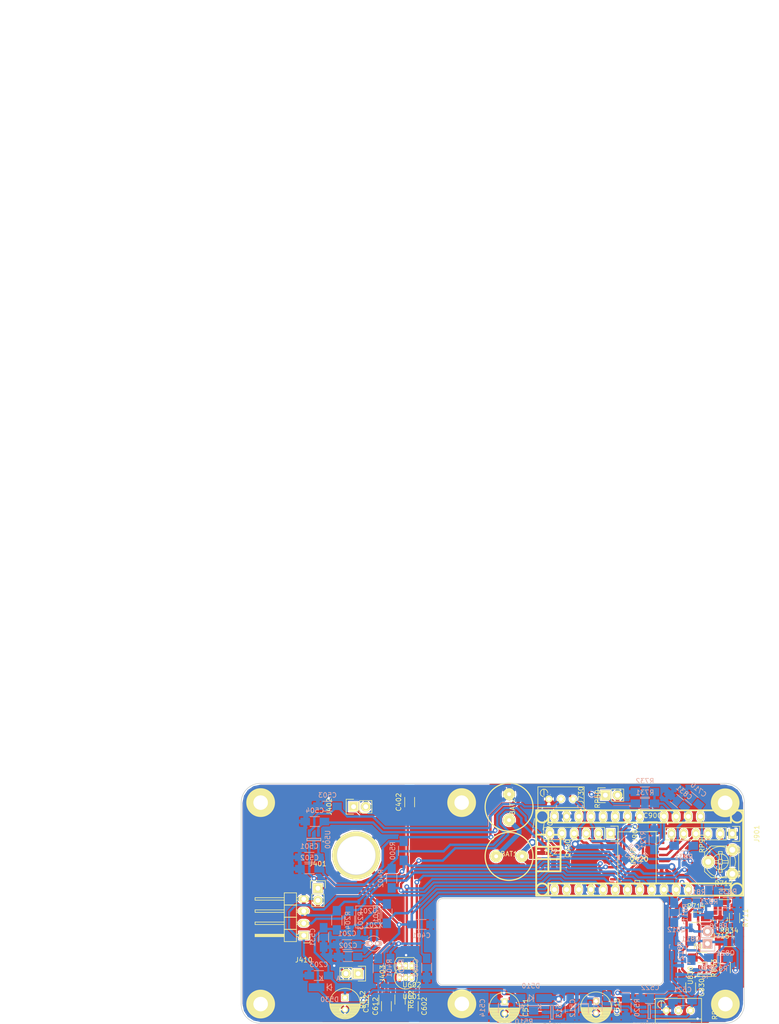
<source format=kicad_pcb>
(kicad_pcb (version 4) (host pcbnew 4.0.2-stable)
  (layers (0 F.Cu signal hide) (31 B.Cu signal) (34 B.Paste user hide) (35 F.Paste user hide) (36 B.SilkS user hide) (37 F.SilkS user hide) (38 B.Mask user hide) (39 F.Mask user hide) (44 Edge.Cuts user))
  (net 0 "")
  (net 1 "Net-(BAT1-Pad1)")
  (net 2 "Net-(BAT1-Pad2)")
  (net 3 GND)
  (net 4 "Net-(C201-Pad1)")
  (net 5 "Net-(C202-Pad1)")
  (net 6 V_rtc)
  (net 7 BP1)
  (net 8 BP2)
  (net 9 BP3)
  (net 10 V_sol)
  (net 11 "Net-(C503-Pad1)")
  (net 12 V_bat)
  (net 13 "Net-(C511-Pad1)")
  (net 14 "Net-(C513-Pad1)")
  (net 15 VCC)
  (net 16 "Net-(C522-Pad1)")
  (net 17 VPP)
  (net 18 quadA)
  (net 19 quadB)
  (net 20 V_ref)
  (net 21 M_imot)
  (net 22 SDA)
  (net 23 SCL)
  (net 24 alarm)
  (net 25 C_bkw)
  (net 26 C_frw)
  (net 27 charge_OFF)
  (net 28 M_bat)
  (net 29 M_sol)
  (net 30 mot_A)
  (net 31 mot_B)
  (net 32 "Net-(J901-Pad3)")
  (net 33 "Net-(J901-Pad4)")
  (net 34 "Net-(J901-Pad5)")
  (net 35 "Net-(J901-Pad6)")
  (net 36 "Net-(J902-Pad1)")
  (net 37 "Net-(J902-Pad2)")
  (net 38 "Net-(J902-Pad3)")
  (net 39 "Net-(J902-Pad4)")
  (net 40 "Net-(J902-Pad6)")
  (net 41 "Net-(Q811-Pad1)")
  (net 42 "Net-(Q811-Pad2)")
  (net 43 "Net-(Q812-Pad1)")
  (net 44 "Net-(Q821-Pad1)")
  (net 45 "Net-(Q822-Pad1)")
  (net 46 "Net-(Q900-Pad1)")
  (net 47 "Net-(R510-Pad2)")
  (net 48 VppEn)
  (net 49 "Net-(R831-Pad2)")
  (net 50 "Net-(R832-Pad2)")
  (net 51 "Net-(R833-Pad1)")
  (net 52 "Net-(R902-Pad1)")
  (net 53 "Net-(R711-Pad1)")
  (module Capacitors_SMD:C_1206_HandSoldering (layer B.Cu) (at 61.6 42.2 180)
    (fp_text reference C501 (at 0 2.3 180) (layer B.SilkS) (effects (justify mirror)))
    (fp_text value 10uF)
    (pad 1 smd rect (at -2 0 180) (size 2 1.6) (layers B.Cu B.Paste B.Mask) (net 10 V_sol))
    (pad 2 smd rect (at 2 0 180) (size 2 1.6) (layers B.Cu B.Paste B.Mask) (net 3 GND))
  )
  (module Resistors_SMD:R_1206_HandSoldering (layer B.Cu) (at 141.35 61.65 270)
    (fp_text reference R812 (at 0 2.3 270) (layer B.SilkS) (effects (justify mirror)))
    (fp_text value 330)
    (pad 1 smd rect (at -2 0 270) (size 2 1.7) (layers B.Cu B.Paste B.Mask) (net 30 mot_A))
    (pad 2 smd rect (at 2 0 270) (size 2 1.7) (layers B.Cu B.Paste B.Mask) (net 43 "Net-(Q812-Pad1)"))
  )
  (module gdi:HFC1025 (layer F.Cu) (at 103.3 42 180)
    (fp_text reference BAT1 (at 0 0.5 180) (layer F.SilkS))
    (fp_text value BAT)
    (pad 1 thru_hole circle (at -2.7 0 180) (size 2.5 2.5) (drill 0.8) (layers *.Cu *.Mask F.SilkS) (net 1 "Net-(BAT1-Pad1)"))
    (pad 2 thru_hole circle (at 2.7 0 180) (size 2.5 2.5) (drill 0.8) (layers *.Cu *.Mask F.SilkS) (net 2 "Net-(BAT1-Pad2)"))
  )
  (module gdi:HFC1025 (layer F.Cu) (at 103.3 31.75 90)
    (fp_text reference BAT2 (at 0.1 0.7 90) (layer F.SilkS))
    (fp_text value BAT)
    (pad 1 thru_hole circle (at -2.7 0 90) (size 2.5 2.5) (drill 0.8) (layers *.Cu *.Mask F.SilkS) (net 2 "Net-(BAT1-Pad2)"))
    (pad 2 thru_hole circle (at 2.7 0 90) (size 2.5 2.5) (drill 0.8) (layers *.Cu *.Mask F.SilkS) (net 3 GND))
  )
  (module Capacitors_SMD:C_1206_HandSoldering (layer B.Cu) (at 69.5 60.4 180)
    (fp_text reference C201 (at 0 2.3 180) (layer B.SilkS) (effects (justify mirror)))
    (fp_text value 10p)
    (pad 1 smd rect (at -2 0 180) (size 2 1.6) (layers B.Cu B.Paste B.Mask) (net 4 "Net-(C201-Pad1)"))
    (pad 2 smd rect (at 2 0 180) (size 2 1.6) (layers B.Cu B.Paste B.Mask) (net 3 GND))
  )
  (module Capacitors_SMD:C_1206_HandSoldering (layer B.Cu) (at 69.7 62.9 180)
    (fp_text reference C202 (at 0 2.3 180) (layer B.SilkS) (effects (justify mirror)))
    (fp_text value 10p)
    (pad 1 smd rect (at -2 0 180) (size 2 1.6) (layers B.Cu B.Paste B.Mask) (net 5 "Net-(C202-Pad1)"))
    (pad 2 smd rect (at 2 0 180) (size 2 1.6) (layers B.Cu B.Paste B.Mask) (net 3 GND))
  )
  (module Capacitors_SMD:C_1206_HandSoldering (layer B.Cu) (at 63.6 66.85 180)
    (fp_text reference C203 (at 0 2.3 180) (layer B.SilkS) (effects (justify mirror)))
    (fp_text value 10n)
    (pad 1 smd rect (at -2 0 180) (size 2 1.6) (layers B.Cu B.Paste B.Mask) (net 6 V_rtc))
    (pad 2 smd rect (at 2 0 180) (size 2 1.6) (layers B.Cu B.Paste B.Mask) (net 3 GND))
  )
  (module Capacitors_SMD:C_1206_HandSoldering (layer B.Cu) (at 85 56.2)
    (fp_text reference C401 (at 0 2.3) (layer B.SilkS) (effects (justify mirror)))
    (fp_text value 10n)
    (pad 1 smd rect (at -2 0) (size 2 1.6) (layers B.Cu B.Paste B.Mask) (net 7 BP1))
    (pad 2 smd rect (at 2 0) (size 2 1.6) (layers B.Cu B.Paste B.Mask) (net 3 GND))
  )
  (module Capacitors_SMD:C_1206_HandSoldering (layer F.Cu) (at 82.55 30.7 90)
    (fp_text reference C402 (at 0 -2.3 90) (layer F.SilkS))
    (fp_text value 10n)
    (pad 1 smd rect (at -2 0 90) (size 2 1.6) (layers F.Cu F.Paste F.Mask) (net 8 BP2))
    (pad 2 smd rect (at 2 0 90) (size 2 1.6) (layers F.Cu F.Paste F.Mask) (net 3 GND))
  )
  (module Capacitors_SMD:C_1206_HandSoldering (layer B.Cu) (at 86.1 65.25 270)
    (fp_text reference C403 (at 0 2.3 270) (layer B.SilkS) (effects (justify mirror)))
    (fp_text value 10n)
    (pad 1 smd rect (at -2 0 270) (size 2 1.6) (layers B.Cu B.Paste B.Mask) (net 9 BP3))
    (pad 2 smd rect (at 2 0 270) (size 2 1.6) (layers B.Cu B.Paste B.Mask) (net 3 GND))
  )
  (module Capacitors_SMD:C_1206_HandSoldering (layer B.Cu) (at 61.65 44.6 180)
    (fp_text reference C502 (at 0 2.3 180) (layer B.SilkS) (effects (justify mirror)))
    (fp_text value 10n)
    (pad 1 smd rect (at -2 0 180) (size 2 1.6) (layers B.Cu B.Paste B.Mask) (net 10 V_sol))
    (pad 2 smd rect (at 2 0 180) (size 2 1.6) (layers B.Cu B.Paste B.Mask) (net 3 GND))
  )
  (module Capacitors_SMD:C_1206_HandSoldering (layer B.Cu) (at 65.4 31.55 180)
    (fp_text reference C503 (at 0 2.3 180) (layer B.SilkS) (effects (justify mirror)))
    (fp_text value 10n)
    (pad 1 smd rect (at -2 0 180) (size 2 1.6) (layers B.Cu B.Paste B.Mask) (net 11 "Net-(C503-Pad1)"))
    (pad 2 smd rect (at 2 0 180) (size 2 1.6) (layers B.Cu B.Paste B.Mask) (net 3 GND))
  )
  (module Capacitors_SMD:C_1206_HandSoldering (layer B.Cu) (at 62.75 34.75 180)
    (fp_text reference C504 (at 0 2.3 180) (layer B.SilkS) (effects (justify mirror)))
    (fp_text value 10uF)
    (pad 1 smd rect (at -2 0 180) (size 2 1.6) (layers B.Cu B.Paste B.Mask) (net 12 V_bat))
    (pad 2 smd rect (at 2 0 180) (size 2 1.6) (layers B.Cu B.Paste B.Mask) (net 3 GND))
  )
  (module Capacitors_SMD:C_1206_HandSoldering (layer B.Cu) (at 118.85 73.65 270)
    (fp_text reference C512 (at 0 2.3 270) (layer B.SilkS) (effects (justify mirror)))
    (fp_text value 10uF)
    (pad 1 smd rect (at -2 0 270) (size 2 1.6) (layers B.Cu B.Paste B.Mask) (net 15 VCC))
    (pad 2 smd rect (at 2 0 270) (size 2 1.6) (layers B.Cu B.Paste B.Mask) (net 3 GND))
  )
  (module Capacitors_SMD:C_1206_HandSoldering (layer B.Cu) (at 116.05 73.65 270)
    (fp_text reference C513 (at 0 2.3 270) (layer B.SilkS) (effects (justify mirror)))
    (fp_text value 10n)
    (pad 1 smd rect (at -2 0 270) (size 2 1.6) (layers B.Cu B.Paste B.Mask) (net 14 "Net-(C513-Pad1)"))
    (pad 2 smd rect (at 2 0 270) (size 2 1.6) (layers B.Cu B.Paste B.Mask) (net 3 GND))
  )
  (module Capacitors_SMD:C_1206_HandSoldering (layer B.Cu) (at 100.05 73.6 270)
    (fp_text reference C514 (at 0 2.3 270) (layer B.SilkS) (effects (justify mirror)))
    (fp_text value 10uF)
    (pad 1 smd rect (at -2 0 270) (size 2 1.6) (layers B.Cu B.Paste B.Mask) (net 13 "Net-(C511-Pad1)"))
    (pad 2 smd rect (at 2 0 270) (size 2 1.6) (layers B.Cu B.Paste B.Mask) (net 3 GND))
  )
  (module Capacitors_SMD:C_1206_HandSoldering (layer B.Cu) (at 139.5 72.1 180)
    (fp_text reference C521 (at 0 2.3 180) (layer B.SilkS) (effects (justify mirror)))
    (fp_text value 10uF)
    (pad 1 smd rect (at -2 0 180) (size 2 1.6) (layers B.Cu B.Paste B.Mask) (net 17 VPP))
    (pad 2 smd rect (at 2 0 180) (size 2 1.6) (layers B.Cu B.Paste B.Mask) (net 3 GND))
  )
  (module Capacitors_SMD:C_1206_HandSoldering (layer B.Cu) (at 132.75 71.65 180)
    (fp_text reference C522 (at 0 2.3 180) (layer B.SilkS) (effects (justify mirror)))
    (fp_text value 10n)
    (pad 1 smd rect (at -2 0 180) (size 2 1.6) (layers B.Cu B.Paste B.Mask) (net 16 "Net-(C522-Pad1)"))
    (pad 2 smd rect (at 2 0 180) (size 2 1.6) (layers B.Cu B.Paste B.Mask) (net 3 GND))
  )
  (module Capacitors_SMD:C_1206_HandSoldering (layer B.Cu) (at 123.75 73.15 270)
    (fp_text reference C523 (at 0 2.3 270) (layer B.SilkS) (effects (justify mirror)))
    (fp_text value 10uF)
    (pad 1 smd rect (at -2 0 270) (size 2 1.6) (layers B.Cu B.Paste B.Mask) (net 12 V_bat))
    (pad 2 smd rect (at 2 0 270) (size 2 1.6) (layers B.Cu B.Paste B.Mask) (net 3 GND))
  )
  (module Capacitors_SMD:C_1206_HandSoldering (layer B.Cu) (at 64.6 58.9 270)
    (fp_text reference C531 (at 0 2.3 270) (layer B.SilkS) (effects (justify mirror)))
    (fp_text value 10uF)
    (pad 1 smd rect (at -2 0 270) (size 2 1.6) (layers B.Cu B.Paste B.Mask) (net 6 V_rtc))
    (pad 2 smd rect (at 2 0 270) (size 2 1.6) (layers B.Cu B.Paste B.Mask) (net 3 GND))
  )
  (module Capacitors_SMD:C_1206_HandSoldering (layer F.Cu) (at 83.3 73.25 270)
    (fp_text reference C602 (at 0 -2.3 270) (layer F.SilkS))
    (fp_text value 100nF)
    (pad 1 smd rect (at -2 0 270) (size 2 1.6) (layers F.Cu F.Paste F.Mask) (net 18 quadA))
    (pad 2 smd rect (at 2 0 270) (size 2 1.6) (layers F.Cu F.Paste F.Mask) (net 3 GND))
  )
  (module Capacitors_SMD:C_1206_HandSoldering (layer F.Cu) (at 77.7 73.25 90)
    (fp_text reference C612 (at 0 -2.3 90) (layer F.SilkS))
    (fp_text value 100nF)
    (pad 1 smd rect (at -2 0 90) (size 2 1.6) (layers F.Cu F.Paste F.Mask) (net 3 GND))
    (pad 2 smd rect (at 2 0 90) (size 2 1.6) (layers F.Cu F.Paste F.Mask) (net 19 quadB))
  )
  (module Capacitors_SMD:C_1206_HandSoldering (layer B.Cu) (at 141.35 29.9 140)
    (fp_text reference C710 (at 0 2.3 140) (layer B.SilkS) (effects (justify mirror)))
    (fp_text value 10n)
    (pad 1 smd rect (at -2 0 140) (size 2 1.6) (layers B.Cu B.Paste B.Mask) (net 20 V_ref))
    (pad 2 smd rect (at 2 0 140) (size 2 1.6) (layers B.Cu B.Paste B.Mask) (net 3 GND))
  )
  (module Capacitors_SMD:C_1206_HandSoldering (layer B.Cu) (at 127.45 39.35 45)
    (fp_text reference C722 (at 0 2.3 45) (layer B.SilkS) (effects (justify mirror)))
    (fp_text value 10uF)
    (pad 1 smd rect (at -2 0 45) (size 2 1.6) (layers B.Cu B.Paste B.Mask) (net 12 V_bat))
    (pad 2 smd rect (at 2 0 45) (size 2 1.6) (layers B.Cu B.Paste B.Mask) (net 3 GND))
  )
  (module Capacitors_SMD:C_1206_HandSoldering (layer F.Cu) (at 141.2 69.35 270)
    (fp_text reference C830 (at 0 -2.3 270) (layer F.SilkS))
    (fp_text value 100n)
    (pad 1 smd rect (at -2 0 270) (size 2 1.6) (layers F.Cu F.Paste F.Mask) (net 17 VPP))
    (pad 2 smd rect (at 2 0 270) (size 2 1.6) (layers F.Cu F.Paste F.Mask) (net 3 GND))
  )
  (module Capacitors_SMD:C_1206_HandSoldering (layer B.Cu) (at 138.35 30.45 140)
    (fp_text reference C831 (at 0 2.3 140) (layer B.SilkS) (effects (justify mirror)))
    (fp_text value 100n)
    (pad 1 smd rect (at -2 0 140) (size 2 1.6) (layers B.Cu B.Paste B.Mask) (net 21 M_imot))
    (pad 2 smd rect (at 2 0 140) (size 2 1.6) (layers B.Cu B.Paste B.Mask) (net 3 GND))
  )
  (module Capacitors_SMD:C_1206_HandSoldering (layer F.Cu) (at 133.25 35.8)
    (fp_text reference C900 (at 0 -2.3) (layer F.SilkS))
    (fp_text value 100nF)
    (pad 1 smd rect (at -2 0) (size 2 1.6) (layers F.Cu F.Paste F.Mask) (net 15 VCC))
    (pad 2 smd rect (at 2 0) (size 2 1.6) (layers F.Cu F.Paste F.Mask) (net 3 GND))
  )
  (module Diodes_SMD:MiniMELF_Handsoldering (layer B.Cu) (at 107.85 71.55 180)
    (fp_text reference D510 (at 0 2.54 180) (layer B.SilkS) (effects (justify mirror)))
    (fp_text value SCHOTTKY)
    (fp_text user K (at -1.8 -1.85 180) (layer B.SilkS) (effects (justify mirror)))
    (fp_text user A (at 1.8 -1.85 180) (layer B.SilkS) (effects (justify mirror)))
    (pad 1 smd rect (at -2.75082 0 180) (size 3.29946 1.69926) (layers B.Cu B.Paste B.Mask) (net 12 V_bat))
    (pad 2 smd rect (at 2.75082 0 180) (size 3.29946 1.69926) (layers B.Cu B.Paste B.Mask) (net 13 "Net-(C511-Pad1)"))
  )
  (module Diodes_SMD:MiniMELF_Handsoldering (layer B.Cu) (at 65.85 69.3)
    (fp_text reference D530 (at 0 2.54) (layer B.SilkS) (effects (justify mirror)))
    (fp_text value SCHOTTKY)
    (fp_text user K (at -1.8 -1.85) (layer B.SilkS) (effects (justify mirror)))
    (fp_text user A (at 1.8 -1.85) (layer B.SilkS) (effects (justify mirror)))
    (pad 1 smd rect (at -2.75082 0) (size 3.29946 1.69926) (layers B.Cu B.Paste B.Mask) (net 15 VCC))
    (pad 2 smd rect (at 2.75082 0) (size 3.29946 1.69926) (layers B.Cu B.Paste B.Mask) (net 6 V_rtc))
  )
  (module Fuse_Holders_and_Fuses:Fuse_SMD1206_HandSoldering (layer F.Cu) (at 112.6 43.25)
    (fp_text reference F721 (at -0.0508 -2.19964) (layer F.SilkS))
    (fp_text value 5A)
    (pad 1 smd rect (at -2.08534 0 90) (size 2.02946 2.65176) (layers F.Cu F.Paste F.Mask) (net 1 "Net-(BAT1-Pad1)"))
    (pad 2 smd rect (at 2.08534 0 90) (size 2.02946 2.65176) (layers F.Cu F.Paste F.Mask) (net 12 V_bat))
  )
  (module gdi:MF85 (layer F.Cu) (at 71.4 41.8)
    (fp_text reference H7 (at 0 0.5) (layer F.SilkS))
    (fp_text value hole)
    (pad 1 thru_hole circle (at 0 0) (size 10 10) (drill 8) (layers *.Cu *.Mask F.SilkS) (net 3 GND))
  )
  (module Pin_Headers:Pin_Header_Straight_1x02 (layer F.Cu) (at 63.4 48.65)
    (fp_text reference J401 (at 0 -5.1) (layer F.SilkS))
    (fp_text value HEADER_2)
    (pad 1 thru_hole rect (at 0 0) (size 2.032 2.032) (drill 1.016) (layers *.Cu *.Mask F.SilkS) (net 7 BP1))
    (pad 2 thru_hole oval (at 0 2.54) (size 2.032 2.032) (drill 1.016) (layers *.Cu *.Mask F.SilkS) (net 3 GND))
  )
  (module Pin_Headers:Pin_Header_Straight_1x02 (layer F.Cu) (at 70.85 31.65 90)
    (fp_text reference J402 (at 0 -5.1 90) (layer F.SilkS))
    (fp_text value HEADER_2)
    (pad 1 thru_hole rect (at 0 0 90) (size 2.032 2.032) (drill 1.016) (layers *.Cu *.Mask F.SilkS) (net 8 BP2))
    (pad 2 thru_hole oval (at 0 2.54 90) (size 2.032 2.032) (drill 1.016) (layers *.Cu *.Mask F.SilkS) (net 3 GND))
  )
  (module Pin_Headers:Pin_Header_Straight_1x02 (layer F.Cu) (at 71.8 66.45 270)
    (fp_text reference J403 (at 0 -5.1 270) (layer F.SilkS))
    (fp_text value HEADER_2)
    (pad 1 thru_hole rect (at 0 0 270) (size 2.032 2.032) (drill 1.016) (layers *.Cu *.Mask F.SilkS) (net 9 BP3))
    (pad 2 thru_hole oval (at 0 2.54 270) (size 2.032 2.032) (drill 1.016) (layers *.Cu *.Mask F.SilkS) (net 3 GND))
  )
  (module Pin_Headers:Pin_Header_Straight_1x02 (layer F.Cu) (at 123.4 29.25 90)
    (fp_text reference J730 (at 0 -5.1 90) (layer F.SilkS))
    (fp_text value HEADER_2)
    (pad 1 thru_hole rect (at 0 0 90) (size 2.032 2.032) (drill 1.016) (layers *.Cu *.Mask F.SilkS) (net 10 V_sol))
    (pad 2 thru_hole oval (at 0 2.54 90) (size 2.032 2.032) (drill 1.016) (layers *.Cu *.Mask F.SilkS) (net 3 GND))
  )
  (module Pin_Headers:Pin_Header_Straight_1x02 (layer B.Cu) (at 144.7 60.2)
    (fp_text reference J800 (at 0 5.1) (layer B.SilkS) (effects (justify mirror)))
    (fp_text value HEADER_2)
    (pad 1 thru_hole rect (at 0 0) (size 2.032 2.032) (drill 1.016) (layers *.Cu *.Mask B.SilkS) (net 30 mot_A))
    (pad 2 thru_hole oval (at 0 -2.54) (size 2.032 2.032) (drill 1.016) (layers *.Cu *.Mask B.SilkS) (net 31 mot_B))
  )
  (module Pin_Headers:Pin_Header_Straight_1x06 (layer F.Cu) (at 149.9 37.3 270)
    (fp_text reference J901 (at 0 -5.1 270) (layer F.SilkS))
    (fp_text value HEADER_6)
    (pad 1 thru_hole rect (at 0 0 270) (size 2.032 1.7272) (drill 1.016) (layers *.Cu *.Mask F.SilkS) (net 3 GND))
    (pad 2 thru_hole oval (at 0 2.54) (size 1.524 2.19964) (drill 1.00076) (layers *.Cu *.Mask F.SilkS) (net 15 VCC))
    (pad 3 thru_hole oval (at 0 5.08) (size 1.524 2.19964) (drill 1.00076) (layers *.Cu *.Mask F.SilkS) (net 32 "Net-(J901-Pad3)"))
    (pad 4 thru_hole oval (at 0 7.62) (size 1.524 2.19964) (drill 1.00076) (layers *.Cu *.Mask F.SilkS) (net 33 "Net-(J901-Pad4)"))
    (pad 5 thru_hole oval (at 0 10.16) (size 1.524 2.19964) (drill 1.00076) (layers *.Cu *.Mask F.SilkS) (net 34 "Net-(J901-Pad5)"))
    (pad 6 thru_hole oval (at 0 12.7) (size 1.524 2.19964) (drill 1.00076) (layers *.Cu *.Mask F.SilkS) (net 35 "Net-(J901-Pad6)"))
  )
  (module Pin_Headers:Pin_Header_Straight_1x06 (layer F.Cu) (at 124.5 37.25 270)
    (fp_text reference J902 (at 0 -5.1 270) (layer F.SilkS))
    (fp_text value HEADER_6)
    (pad 1 thru_hole rect (at 0 0 270) (size 2.032 1.7272) (drill 1.016) (layers *.Cu *.Mask F.SilkS) (net 36 "Net-(J902-Pad1)"))
    (pad 2 thru_hole oval (at 0 2.54) (size 1.524 2.19964) (drill 1.00076) (layers *.Cu *.Mask F.SilkS) (net 37 "Net-(J902-Pad2)"))
    (pad 3 thru_hole oval (at 0 5.08) (size 1.524 2.19964) (drill 1.00076) (layers *.Cu *.Mask F.SilkS) (net 38 "Net-(J902-Pad3)"))
    (pad 4 thru_hole oval (at 0 7.62) (size 1.524 2.19964) (drill 1.00076) (layers *.Cu *.Mask F.SilkS) (net 39 "Net-(J902-Pad4)"))
    (pad 5 thru_hole oval (at 0 10.16) (size 1.524 2.19964) (drill 1.00076) (layers *.Cu *.Mask F.SilkS) (net 15 VCC))
    (pad 6 thru_hole oval (at 0 12.7) (size 1.524 2.19964) (drill 1.00076) (layers *.Cu *.Mask F.SilkS) (net 40 "Net-(J902-Pad6)"))
  )
  (module TO_SOT_Packages_SMD:SOT-23_Handsoldering (layer B.Cu) (at 141.2 55.4)
    (fp_text reference Q811 (at 0 3.81) (layer B.SilkS) (effects (justify mirror)))
    (fp_text value PBSS4320)
    (pad 1 smd rect (at -0.95 -1.50114) (size 0.8001 1.80086) (layers B.Cu B.Paste B.Mask) (net 41 "Net-(Q811-Pad1)"))
    (pad 2 smd rect (at 0.95 -1.50114) (size 0.8001 1.80086) (layers B.Cu B.Paste B.Mask) (net 42 "Net-(Q811-Pad2)"))
    (pad 3 smd rect (at 0 1.50114) (size 0.8001 1.80086) (layers B.Cu B.Paste B.Mask) (net 31 mot_B))
  )
  (module TO_SOT_Packages_SMD:SOT-23_Handsoldering (layer B.Cu) (at 138.25 61.1 180)
    (fp_text reference Q812 (at 0 3.81 180) (layer B.SilkS) (effects (justify mirror)))
    (fp_text value PBSS5350)
    (pad 1 smd rect (at -0.95 -1.50114 180) (size 0.8001 1.80086) (layers B.Cu B.Paste B.Mask) (net 43 "Net-(Q812-Pad1)"))
    (pad 2 smd rect (at 0.95 -1.50114 180) (size 0.8001 1.80086) (layers B.Cu B.Paste B.Mask) (net 17 VPP))
    (pad 3 smd rect (at 0 1.50114 180) (size 0.8001 1.80086) (layers B.Cu B.Paste B.Mask) (net 31 mot_B))
  )
  (module TO_SOT_Packages_SMD:SOT-23_Handsoldering (layer B.Cu) (at 148.45 58.35)
    (fp_text reference Q821 (at 0 3.81) (layer B.SilkS) (effects (justify mirror)))
    (fp_text value PBSS4320)
    (pad 1 smd rect (at -0.95 -1.50114) (size 0.8001 1.80086) (layers B.Cu B.Paste B.Mask) (net 44 "Net-(Q821-Pad1)"))
    (pad 2 smd rect (at 0.95 -1.50114) (size 0.8001 1.80086) (layers B.Cu B.Paste B.Mask) (net 42 "Net-(Q811-Pad2)"))
    (pad 3 smd rect (at 0 1.50114) (size 0.8001 1.80086) (layers B.Cu B.Paste B.Mask) (net 30 mot_A))
  )
  (module TO_SOT_Packages_SMD:SOT-23_Handsoldering (layer B.Cu) (at 140.4 65.7 90)
    (fp_text reference Q822 (at 0 3.81 90) (layer B.SilkS) (effects (justify mirror)))
    (fp_text value PBSS5350)
    (pad 1 smd rect (at -0.95 -1.50114 90) (size 0.8001 1.80086) (layers B.Cu B.Paste B.Mask) (net 45 "Net-(Q822-Pad1)"))
    (pad 2 smd rect (at 0.95 -1.50114 90) (size 0.8001 1.80086) (layers B.Cu B.Paste B.Mask) (net 17 VPP))
    (pad 3 smd rect (at 0 1.50114 90) (size 0.8001 1.80086) (layers B.Cu B.Paste B.Mask) (net 30 mot_A))
  )
  (module TO_SOT_Packages_SMD:SOT-23_Handsoldering (layer F.Cu) (at 111.75 40.35 270)
    (fp_text reference Q900 (at 0 -3.81 270) (layer F.SilkS))
    (fp_text value PBSS4320)
    (pad 1 smd rect (at -0.95 1.50114 270) (size 0.8001 1.80086) (layers F.Cu F.Paste F.Mask) (net 46 "Net-(Q900-Pad1)"))
    (pad 2 smd rect (at 0.95 1.50114 270) (size 0.8001 1.80086) (layers F.Cu F.Paste F.Mask) (net 3 GND))
    (pad 3 smd rect (at 0 -1.50114 270) (size 0.8001 1.80086) (layers F.Cu F.Paste F.Mask) (net 40 "Net-(J902-Pad6)"))
  )
  (module Resistors_SMD:R_1206_HandSoldering (layer B.Cu) (at 77.8 53.95 270)
    (fp_text reference R201 (at 0 2.3 270) (layer B.SilkS) (effects (justify mirror)))
    (fp_text value 10k)
    (pad 1 smd rect (at -2 0 270) (size 2 1.7) (layers B.Cu B.Paste B.Mask) (net 6 V_rtc))
    (pad 2 smd rect (at 2 0 270) (size 2 1.7) (layers B.Cu B.Paste B.Mask) (net 24 alarm))
  )
  (module Resistors_SMD:R_1206_HandSoldering (layer B.Cu) (at 76 65.3 90)
    (fp_text reference R401 (at 0 2.3 90) (layer B.SilkS) (effects (justify mirror)))
    (fp_text value 10k)
    (pad 1 smd rect (at -2 0 90) (size 2 1.7) (layers B.Cu B.Paste B.Mask) (net 15 VCC))
    (pad 2 smd rect (at 2 0 90) (size 2 1.7) (layers B.Cu B.Paste B.Mask) (net 7 BP1))
  )
  (module Resistors_SMD:R_1206_HandSoldering (layer B.Cu) (at 78.8 46.6 270)
    (fp_text reference R402 (at 0 2.3 270) (layer B.SilkS) (effects (justify mirror)))
    (fp_text value 10k)
    (pad 1 smd rect (at -2 0 270) (size 2 1.7) (layers B.Cu B.Paste B.Mask) (net 15 VCC))
    (pad 2 smd rect (at 2 0 270) (size 2 1.7) (layers B.Cu B.Paste B.Mask) (net 8 BP2))
  )
  (module Resistors_SMD:R_1206_HandSoldering (layer B.Cu) (at 78.55 65.3 90)
    (fp_text reference R403 (at 0 2.3 90) (layer B.SilkS) (effects (justify mirror)))
    (fp_text value 10k)
    (pad 1 smd rect (at -2 0 90) (size 2 1.7) (layers B.Cu B.Paste B.Mask) (net 15 VCC))
    (pad 2 smd rect (at 2 0 90) (size 2 1.7) (layers B.Cu B.Paste B.Mask) (net 9 BP3))
  )
  (module Resistors_SMD:R_1206_HandSoldering (layer B.Cu) (at 81.3 40.85 270)
    (fp_text reference R500 (at 0 2.3 270) (layer B.SilkS) (effects (justify mirror)))
    (fp_text value 10k)
    (pad 1 smd rect (at -2 0 270) (size 2 1.7) (layers B.Cu B.Paste B.Mask) (net 10 V_sol))
    (pad 2 smd rect (at 2 0 270) (size 2 1.7) (layers B.Cu B.Paste B.Mask) (net 27 charge_OFF))
  )
  (module Resistors_SMD:R_1206_HandSoldering (layer B.Cu) (at 106.4 74.15)
    (fp_text reference R510 (at 0 2.3) (layer B.SilkS) (effects (justify mirror)))
    (fp_text value 10k)
    (pad 1 smd rect (at -2 0) (size 2 1.7) (layers B.Cu B.Paste B.Mask) (net 13 "Net-(C511-Pad1)"))
    (pad 2 smd rect (at 2 0) (size 2 1.7) (layers B.Cu B.Paste B.Mask) (net 47 "Net-(R510-Pad2)"))
  )
  (module Resistors_SMD:R_1206_HandSoldering (layer B.Cu) (at 127.7 73.55 90)
    (fp_text reference R520 (at 0 2.3 90) (layer B.SilkS) (effects (justify mirror)))
    (fp_text value 10k)
    (pad 1 smd rect (at -2 0 90) (size 2 1.7) (layers B.Cu B.Paste B.Mask) (net 3 GND))
    (pad 2 smd rect (at 2 0 90) (size 2 1.7) (layers B.Cu B.Paste B.Mask) (net 48 VppEn))
  )
  (module Resistors_SMD:R_1206_HandSoldering (layer F.Cu) (at 80.55 71.85 270)
    (fp_text reference R602 (at 0 -2.3 270) (layer F.SilkS))
    (fp_text value 4k7)
    (pad 1 smd rect (at -2 0 270) (size 2 1.7) (layers F.Cu F.Paste F.Mask) (net 18 quadA))
    (pad 2 smd rect (at 2 0 270) (size 2 1.7) (layers F.Cu F.Paste F.Mask) (net 15 VCC))
  )
  (module Resistors_SMD:R_1206_HandSoldering (layer F.Cu) (at 75.05 71.9 90)
    (fp_text reference R612 (at 0 -2.3 90) (layer F.SilkS))
    (fp_text value 4k7)
    (pad 1 smd rect (at -2 0 90) (size 2 1.7) (layers F.Cu F.Paste F.Mask) (net 15 VCC))
    (pad 2 smd rect (at 2 0 90) (size 2 1.7) (layers F.Cu F.Paste F.Mask) (net 19 quadB))
  )
  (module Resistors_SMD:R_1206_HandSoldering (layer F.Cu) (at 142.35 54.7)
    (fp_text reference R714 (at 0 -2.3) (layer F.SilkS))
    (fp_text value 10k)
    (pad 1 smd rect (at -2 0) (size 2 1.7) (layers F.Cu F.Paste F.Mask) (net 17 VPP))
    (pad 2 smd rect (at 2 0) (size 2 1.7) (layers F.Cu F.Paste F.Mask) (net 20 V_ref))
  )
  (module Resistors_SMD:R_1206_HandSoldering (layer B.Cu) (at 133.6 38.55 270)
    (fp_text reference R721 (at 0 2.3 270) (layer B.SilkS) (effects (justify mirror)))
    (fp_text value 10k)
    (pad 1 smd rect (at -2 0 270) (size 2 1.7) (layers B.Cu B.Paste B.Mask) (net 3 GND))
    (pad 2 smd rect (at 2 0 270) (size 2 1.7) (layers B.Cu B.Paste B.Mask) (net 28 M_bat))
  )
  (module Resistors_SMD:R_1206_HandSoldering (layer B.Cu) (at 129.2 41.05 45)
    (fp_text reference R722 (at 0 2.3 45) (layer B.SilkS) (effects (justify mirror)))
    (fp_text value 10k)
    (pad 1 smd rect (at -2 0 45) (size 2 1.7) (layers B.Cu B.Paste B.Mask) (net 12 V_bat))
    (pad 2 smd rect (at 2 0 45) (size 2 1.7) (layers B.Cu B.Paste B.Mask) (net 28 M_bat))
  )
  (module Resistors_SMD:R_1206_HandSoldering (layer B.Cu) (at 131.65 31 180)
    (fp_text reference R731 (at 0 2.3 180) (layer B.SilkS) (effects (justify mirror)))
    (fp_text value 10k)
    (pad 1 smd rect (at -2 0 180) (size 2 1.7) (layers B.Cu B.Paste B.Mask) (net 29 M_sol))
    (pad 2 smd rect (at 2 0 180) (size 2 1.7) (layers B.Cu B.Paste B.Mask) (net 10 V_sol))
  )
  (module Resistors_SMD:R_1206_HandSoldering (layer B.Cu) (at 131.65 28.6 180)
    (fp_text reference R732 (at 0 2.3 180) (layer B.SilkS) (effects (justify mirror)))
    (fp_text value 10k)
    (pad 1 smd rect (at -2 0 180) (size 2 1.7) (layers B.Cu B.Paste B.Mask) (net 29 M_sol))
    (pad 2 smd rect (at 2 0 180) (size 2 1.7) (layers B.Cu B.Paste B.Mask) (net 3 GND))
  )
  (module Resistors_SMD:R_1206_HandSoldering (layer B.Cu) (at 142.4 51.75 180)
    (fp_text reference R810 (at 0 2.3 180) (layer B.SilkS) (effects (justify mirror)))
    (fp_text value 3k3)
    (pad 1 smd rect (at -2 0 180) (size 2 1.7) (layers B.Cu B.Paste B.Mask) (net 42 "Net-(Q811-Pad2)"))
    (pad 2 smd rect (at 2 0 180) (size 2 1.7) (layers B.Cu B.Paste B.Mask) (net 41 "Net-(Q811-Pad1)"))
  )
  (module Resistors_SMD:R_1206_HandSoldering (layer B.Cu) (at 137.75 53.75 90)
    (fp_text reference R811 (at 0 2.3 90) (layer B.SilkS) (effects (justify mirror)))
    (fp_text value 330)
    (pad 1 smd rect (at -2 0 90) (size 2 1.7) (layers B.Cu B.Paste B.Mask) (net 41 "Net-(Q811-Pad1)"))
    (pad 2 smd rect (at 2 0 90) (size 2 1.7) (layers B.Cu B.Paste B.Mask) (net 26 C_frw))
  )
  (module Resistors_SMD:R_1206_HandSoldering (layer B.Cu) (at 147 54.25)
    (fp_text reference R820 (at 0 2.3) (layer B.SilkS) (effects (justify mirror)))
    (fp_text value 3k3)
    (pad 1 smd rect (at -2 0) (size 2 1.7) (layers B.Cu B.Paste B.Mask) (net 42 "Net-(Q811-Pad2)"))
    (pad 2 smd rect (at 2 0) (size 2 1.7) (layers B.Cu B.Paste B.Mask) (net 44 "Net-(Q821-Pad1)"))
  )
  (module Resistors_SMD:R_1206_HandSoldering (layer B.Cu) (at 145 49.15)
    (fp_text reference R821 (at 0 2.3) (layer B.SilkS) (effects (justify mirror)))
    (fp_text value 330)
    (pad 1 smd rect (at -2 0) (size 2 1.7) (layers B.Cu B.Paste B.Mask) (net 25 C_bkw))
    (pad 2 smd rect (at 2 0) (size 2 1.7) (layers B.Cu B.Paste B.Mask) (net 44 "Net-(Q821-Pad1)"))
  )
  (module Resistors_SMD:R_1206_HandSoldering (layer B.Cu) (at 147 63.15)
    (fp_text reference R822 (at 0 2.3) (layer B.SilkS) (effects (justify mirror)))
    (fp_text value 330)
    (pad 1 smd rect (at -2 0) (size 2 1.7) (layers B.Cu B.Paste B.Mask) (net 31 mot_B))
    (pad 2 smd rect (at 2 0) (size 2 1.7) (layers B.Cu B.Paste B.Mask) (net 45 "Net-(Q822-Pad1)"))
  )
  (module Resistors_SMD:R_1206_HandSoldering (layer B.Cu) (at 139.75 39.8)
    (fp_text reference R831 (at 0 2.3) (layer B.SilkS) (effects (justify mirror)))
    (fp_text value 1k)
    (pad 1 smd rect (at -2 0) (size 2 1.7) (layers B.Cu B.Paste B.Mask) (net 21 M_imot))
    (pad 2 smd rect (at 2 0) (size 2 1.7) (layers B.Cu B.Paste B.Mask) (net 49 "Net-(R831-Pad2)"))
  )
  (module Resistors_SMD:R_1206_HandSoldering (layer F.Cu) (at 143.65 63.1)
    (fp_text reference R832 (at 0 -2.3) (layer F.SilkS))
    (fp_text value 10k)
    (pad 1 smd rect (at -2 0) (size 2 1.7) (layers F.Cu F.Paste F.Mask) (net 49 "Net-(R831-Pad2)"))
    (pad 2 smd rect (at 2 0) (size 2 1.7) (layers F.Cu F.Paste F.Mask) (net 50 "Net-(R832-Pad2)"))
  )
  (module Resistors_SMD:R_1206_HandSoldering (layer F.Cu) (at 148.4 65.3 90)
    (fp_text reference R833 (at 0 -2.3 90) (layer F.SilkS))
    (fp_text value 1k)
    (pad 1 smd rect (at -2 0 90) (size 2 1.7) (layers F.Cu F.Paste F.Mask) (net 51 "Net-(R833-Pad1)"))
    (pad 2 smd rect (at 2 0 90) (size 2 1.7) (layers F.Cu F.Paste F.Mask) (net 42 "Net-(Q811-Pad2)"))
  )
  (module Resistors_SMD:R_1206_HandSoldering (layer F.Cu) (at 149.25 59.75)
    (fp_text reference R834 (at 0 -2.3) (layer F.SilkS))
    (fp_text value 1k)
    (pad 1 smd rect (at -2 0) (size 2 1.7) (layers F.Cu F.Paste F.Mask) (net 50 "Net-(R832-Pad2)"))
    (pad 2 smd rect (at 2 0) (size 2 1.7) (layers F.Cu F.Paste F.Mask) (net 3 GND))
  )
  (module Resistors_SMD:R_1206_HandSoldering (layer B.Cu) (at 148.95 51.65 180)
    (fp_text reference R835 (at 0 2.3 180) (layer B.SilkS) (effects (justify mirror)))
    (fp_text value 0R2)
    (pad 1 smd rect (at -2 0 180) (size 2 1.7) (layers B.Cu B.Paste B.Mask) (net 3 GND))
    (pad 2 smd rect (at 2 0 180) (size 2 1.7) (layers B.Cu B.Paste B.Mask) (net 42 "Net-(Q811-Pad2)"))
  )
  (module Resistors_SMD:R_1206_HandSoldering (layer F.Cu) (at 109.5 35.3 260)
    (fp_text reference R902 (at 0 -2.3 260) (layer F.SilkS))
    (fp_text value 4.7k)
    (pad 1 smd rect (at -2 0 260) (size 2 1.7) (layers F.Cu F.Paste F.Mask) (net 52 "Net-(R902-Pad1)"))
    (pad 2 smd rect (at 2 0 260) (size 2 1.7) (layers F.Cu F.Paste F.Mask) (net 46 "Net-(Q900-Pad1)"))
  )
  (module Potentiometers:Potentiometer_Triwood_RM-065 (layer F.Cu) (at 149.9 45.65 90)
    (fp_text reference RP90 (at 6.30936 -6.30936 90) (layer F.SilkS))
    (fp_text value 10k)
    (pad 2 thru_hole circle (at 2.49936 -5.03936 90) (size 2.49936 2.49936) (drill 1.19888) (layers *.Cu *.Mask F.SilkS) (net 32 "Net-(J901-Pad3)"))
    (pad 3 thru_hole circle (at 4.99872 0 90) (size 2.49936 2.49936) (drill 1.19888) (layers *.Cu *.Mask F.SilkS) (net 15 VCC))
    (pad 1 thru_hole circle (at 0 0 90) (size 2.49936 2.49936) (drill 1.19888) (layers *.Cu *.Mask F.SilkS) (net 3 GND))
  )
  (module SMD_Packages:SOIC-8-N (layer B.Cu) (at 73.85 54.65 180)
    (fp_text reference U201 (at 0 1.27 180) (layer B.SilkS) (effects (justify mirror)))
    (fp_text value MCP7940)
    (pad 8 smd rect (at -1.905 3.175 180) (size 0.508 1.143) (layers B.Cu B.Paste B.Mask) (net 6 V_rtc))
    (pad 7 smd rect (at -0.635 3.175 180) (size 0.508 1.143) (layers B.Cu B.Paste B.Mask) (net 24 alarm))
    (pad 6 smd rect (at 0.635 3.175 180) (size 0.508 1.143) (layers B.Cu B.Paste B.Mask) (net 23 SCL))
    (pad 5 smd rect (at 1.905 3.175 180) (size 0.508 1.143) (layers B.Cu B.Paste B.Mask) (net 22 SDA))
    (pad 4 smd rect (at 1.905 -3.175 180) (size 0.508 1.143) (layers B.Cu B.Paste B.Mask) (net 3 GND))
    (pad 3 smd rect (at 0.635 -3.175 180) (size 0.508 1.143) (layers B.Cu B.Paste B.Mask) (net 24 alarm))
    (pad 2 smd rect (at -0.635 -3.175 180) (size 0.508 1.143) (layers B.Cu B.Paste B.Mask) (net 4 "Net-(C201-Pad1)"))
    (pad 1 smd rect (at -1.905 -3.175 180) (size 0.508 1.143) (layers B.Cu B.Paste B.Mask) (net 5 "Net-(C202-Pad1)"))
  )
  (module gdi:SOT-23-5_Handsoldering (layer B.Cu) (at 62.55 38.5 90)
    (fp_text reference U500 (at 0 2.9 90) (layer B.SilkS) (effects (justify mirror)))
    (fp_text value MIC5205)
    (pad 1 smd rect (at -1.35 0.95 90) (size 1.56 0.65) (layers B.Cu B.Paste B.Mask) (net 10 V_sol))
    (pad 2 smd rect (at -1.35 0 90) (size 1.56 0.65) (layers B.Cu B.Paste B.Mask) (net 3 GND))
    (pad 3 smd rect (at -1.35 -0.95 90) (size 1.56 0.65) (layers B.Cu B.Paste B.Mask) (net 27 charge_OFF))
    (pad 4 smd rect (at 1.35 -0.95 90) (size 1.56 0.65) (layers B.Cu B.Paste B.Mask) (net 11 "Net-(C503-Pad1)"))
    (pad 5 smd rect (at 1.35 0.95 90) (size 1.56 0.65) (layers B.Cu B.Paste B.Mask) (net 12 V_bat))
  )
  (module gdi:SOT-23-5_Handsoldering (layer B.Cu) (at 112.25 74.5)
    (fp_text reference U510 (at 0 2.9) (layer B.SilkS) (effects (justify mirror)))
    (fp_text value MIC5205)
    (pad 1 smd rect (at -1.35 0.95) (size 1.56 0.65) (layers B.Cu B.Paste B.Mask) (net 13 "Net-(C511-Pad1)"))
    (pad 2 smd rect (at -1.35 0) (size 1.56 0.65) (layers B.Cu B.Paste B.Mask) (net 3 GND))
    (pad 3 smd rect (at -1.35 -0.95) (size 1.56 0.65) (layers B.Cu B.Paste B.Mask) (net 47 "Net-(R510-Pad2)"))
    (pad 4 smd rect (at 1.35 -0.95) (size 1.56 0.65) (layers B.Cu B.Paste B.Mask) (net 14 "Net-(C513-Pad1)"))
    (pad 5 smd rect (at 1.35 0.95) (size 1.56 0.65) (layers B.Cu B.Paste B.Mask) (net 15 VCC))
  )
  (module gdi:SOT-23-5_Handsoldering (layer B.Cu) (at 132.55 74.4)
    (fp_text reference U520 (at 0 2.9) (layer B.SilkS) (effects (justify mirror)))
    (fp_text value MIC5205)
    (pad 1 smd rect (at -1.35 0.95) (size 1.56 0.65) (layers B.Cu B.Paste B.Mask) (net 12 V_bat))
    (pad 2 smd rect (at -1.35 0) (size 1.56 0.65) (layers B.Cu B.Paste B.Mask) (net 3 GND))
    (pad 3 smd rect (at -1.35 -0.95) (size 1.56 0.65) (layers B.Cu B.Paste B.Mask) (net 48 VppEn))
    (pad 4 smd rect (at 1.35 -0.95) (size 1.56 0.65) (layers B.Cu B.Paste B.Mask) (net 16 "Net-(C522-Pad1)"))
    (pad 5 smd rect (at 1.35 0.95) (size 1.56 0.65) (layers B.Cu B.Paste B.Mask) (net 17 VPP))
  )
  (module TO_SOT_Packages_THT:TO-92_Inline_Narrow_Oval (layer F.Cu) (at 83 67.25 180)
    (fp_text reference U601 (at 0 -4 180) (layer F.SilkS))
    (fp_text value A3144)
    (pad 2 thru_hole oval (at 1.27 0) (size 0.89916 1.50114) (drill 0.6) (layers *.Cu *.Mask F.SilkS) (net 3 GND))
    (pad 3 thru_hole oval (at 2.54 0) (size 0.89916 1.50114) (drill 0.6) (layers *.Cu *.Mask F.SilkS) (net 18 quadA))
    (pad 1 thru_hole oval (at 0 0) (size 0.89916 1.50114) (drill 0.6) (layers *.Cu *.Mask F.SilkS) (net 17 VPP))
  )
  (module TO_SOT_Packages_THT:TO-92_Inline_Narrow_Oval (layer F.Cu) (at 83 64.8 180)
    (fp_text reference U602 (at 0 -4 180) (layer F.SilkS))
    (fp_text value A3144)
    (pad 2 thru_hole oval (at 1.27 0) (size 0.89916 1.50114) (drill 0.6) (layers *.Cu *.Mask F.SilkS) (net 3 GND))
    (pad 3 thru_hole oval (at 2.54 0) (size 0.89916 1.50114) (drill 0.6) (layers *.Cu *.Mask F.SilkS) (net 19 quadB))
    (pad 1 thru_hole oval (at 0 0) (size 0.89916 1.50114) (drill 0.6) (layers *.Cu *.Mask F.SilkS) (net 17 VPP))
  )
  (module TO_SOT_Packages_SMD:SOT-23_Handsoldering (layer F.Cu) (at 147.35 54.8 180)
    (fp_text reference U715 (at 0 -3.81 180) (layer F.SilkS))
    (fp_text value TLV431-DBZ)
    (pad 1 smd rect (at -0.95 1.50114 180) (size 0.8001 1.80086) (layers F.Cu F.Paste F.Mask) (net 53 "Net-(R711-Pad1)"))
    (pad 2 smd rect (at 0.95 1.50114 180) (size 0.8001 1.80086) (layers F.Cu F.Paste F.Mask) (net 20 V_ref))
    (pad 3 smd rect (at 0 -1.50114 180) (size 0.8001 1.80086) (layers F.Cu F.Paste F.Mask) (net 3 GND))
  )
  (module gdi:SOT-23-5_Handsoldering (layer F.Cu) (at 144.05 66.8 90)
    (fp_text reference U830 (at 0 -2.9 90) (layer F.SilkS))
    (fp_text value MCP601-SOT)
    (pad 1 smd rect (at -1.35 -0.95 90) (size 1.56 0.65) (layers F.Cu F.Paste F.Mask) (net 49 "Net-(R831-Pad2)"))
    (pad 2 smd rect (at -1.35 0 90) (size 1.56 0.65) (layers F.Cu F.Paste F.Mask) (net 3 GND))
    (pad 3 smd rect (at -1.35 0.95 90) (size 1.56 0.65) (layers F.Cu F.Paste F.Mask) (net 51 "Net-(R833-Pad1)"))
    (pad 4 smd rect (at 1.35 0.95 90) (size 1.56 0.65) (layers F.Cu F.Paste F.Mask) (net 50 "Net-(R832-Pad2)"))
    (pad 5 smd rect (at 1.35 -0.95 90) (size 1.56 0.65) (layers F.Cu F.Paste F.Mask) (net 17 VPP))
  )
  (module SMD_Packages:SO-16-W (layer F.Cu) (at 130.05 42.35 90)
    (fp_text reference U900 (at 0.254 -0.889 90) (layer F.SilkS))
    (fp_text value PCF8574)
    (pad 1 smd rect (at -4.445 5.08 90) (size 0.508 1.143) (layers F.Cu F.Paste F.Mask) (net 3 GND))
    (pad 2 smd rect (at -3.175 5.08 90) (size 0.508 1.143) (layers F.Cu F.Paste F.Mask) (net 3 GND))
    (pad 3 smd rect (at -1.905 5.08 90) (size 0.508 1.143) (layers F.Cu F.Paste F.Mask) (net 3 GND))
    (pad 4 smd rect (at -0.635 5.08 90) (size 0.508 1.143) (layers F.Cu F.Paste F.Mask) (net 33 "Net-(J901-Pad4)"))
    (pad 5 smd rect (at 0.635 5.08 90) (size 0.508 1.143) (layers F.Cu F.Paste F.Mask) (net 34 "Net-(J901-Pad5)"))
    (pad 6 smd rect (at 1.905 5.08 90) (size 0.508 1.143) (layers F.Cu F.Paste F.Mask) (net 35 "Net-(J901-Pad6)"))
    (pad 7 smd rect (at 3.175 5.08 90) (size 0.508 1.143) (layers F.Cu F.Paste F.Mask) (net 52 "Net-(R902-Pad1)"))
    (pad 8 smd rect (at 4.445 5.08 90) (size 0.508 1.143) (layers F.Cu F.Paste F.Mask) (net 3 GND))
    (pad 9 smd rect (at 4.445 -5.08 90) (size 0.508 1.143) (layers F.Cu F.Paste F.Mask) (net 36 "Net-(J902-Pad1)"))
    (pad 10 smd rect (at 3.175 -5.08 90) (size 0.508 1.143) (layers F.Cu F.Paste F.Mask) (net 37 "Net-(J902-Pad2)"))
    (pad 11 smd rect (at 1.905 -5.08 90) (size 0.508 1.143) (layers F.Cu F.Paste F.Mask) (net 38 "Net-(J902-Pad3)"))
    (pad 12 smd rect (at 0.635 -5.08 90) (size 0.508 1.143) (layers F.Cu F.Paste F.Mask) (net 39 "Net-(J902-Pad4)"))
    (pad 13 smd rect (at -0.635 -5.08 90) (size 0.508 1.143) (layers F.Cu F.Paste F.Mask))
    (pad 14 smd rect (at -1.905 -5.08 90) (size 0.508 1.143) (layers F.Cu F.Paste F.Mask) (net 23 SCL))
    (pad 15 smd rect (at -3.175 -5.08 90) (size 0.508 1.143) (layers F.Cu F.Paste F.Mask) (net 22 SDA))
    (pad 16 smd rect (at -4.445 -5.08 90) (size 0.508 1.143) (layers F.Cu F.Paste F.Mask) (net 15 VCC))
  )
  (module Crystals:Crystal_Round_Vertical_3mm_BigPad (layer B.Cu) (at 75.05 60.15 180)
    (fp_text reference X201 (at 0 3.81 180) (layer B.SilkS) (effects (justify mirror)))
    (fp_text value 32.768K)
    (pad 1 thru_hole oval (at -0.7493 0 180) (size 1.50114 1.00076) (drill 0.59944 (offset -0.29972 0)) (layers *.Cu *.Mask B.SilkS) (net 5 "Net-(C202-Pad1)"))
    (pad 2 thru_hole oval (at 0.7493 0 180) (size 1.50114 1.00076) (drill 0.59944 (offset 0.29972 0)) (layers *.Cu *.Mask B.SilkS) (net 4 "Net-(C201-Pad1)"))
  )
  (module w_conn_misc:arduino_nano_header (layer F.Cu) (at 130.55 41.3)
    (fp_text reference J420 (at 0 1.27) (layer F.SilkS) (effects (font (size 1.016 1.016) (thickness 0.2032))))
    (fp_text value Arduino_Nano_Header hide)
    (pad 1 thru_hole oval (at -17.78 7.62) (size 1.524 2.19964) (drill 1.00076) (layers *.Cu *.Mask F.SilkS) (net 9 BP3))
    (pad 2 thru_hole oval (at -15.24 7.62) (size 1.524 2.19964) (drill 1.00076) (layers *.Cu *.Mask F.SilkS) (net 7 BP1))
    (pad 3 thru_hole oval (at -12.7 7.62) (size 1.524 2.19964) (drill 1.00076) (layers *.Cu *.Mask F.SilkS))
    (pad 4 thru_hole oval (at -10.16 7.62) (size 1.524 2.19964) (drill 1.00076) (layers *.Cu *.Mask F.SilkS) (net 3 GND))
    (pad 5 thru_hole oval (at -7.62 7.62) (size 1.524 2.19964) (drill 1.00076) (layers *.Cu *.Mask F.SilkS) (net 24 alarm))
    (pad 6 thru_hole oval (at -5.08 7.62) (size 1.524 2.19964) (drill 1.00076) (layers *.Cu *.Mask F.SilkS) (net 8 BP2))
    (pad 7 thru_hole oval (at -2.54 7.62) (size 1.524 2.19964) (drill 1.00076) (layers *.Cu *.Mask F.SilkS) (net 19 quadB))
    (pad 8 thru_hole oval (at 0 7.62) (size 1.524 2.19964) (drill 1.00076) (layers *.Cu *.Mask F.SilkS) (net 18 quadA))
    (pad 9 thru_hole oval (at 2.54 7.62) (size 1.524 2.19964) (drill 1.00076) (layers *.Cu *.Mask F.SilkS) (net 27 charge_OFF))
    (pad 10 thru_hole oval (at 5.08 7.62) (size 1.524 2.19964) (drill 1.00076) (layers *.Cu *.Mask F.SilkS) (net 26 C_frw))
    (pad 11 thru_hole oval (at 7.62 7.62) (size 1.524 2.19964) (drill 1.00076) (layers *.Cu *.Mask F.SilkS) (net 25 C_bkw))
    (pad 12 thru_hole oval (at 10.16 7.62) (size 1.524 2.19964) (drill 1.00076) (layers *.Cu *.Mask F.SilkS) (net 48 VppEn))
    (pad 18 thru_hole oval (at 12.7 -7.62) (size 1.524 2.19964) (drill 1.00076) (layers *.Cu *.Mask F.SilkS) (net 20 V_ref))
    (pad 19 thru_hole oval (at 10.16 -7.62) (size 1.524 2.19964) (drill 1.00076) (layers *.Cu *.Mask F.SilkS) (net 21 M_imot))
    (pad 20 thru_hole oval (at 7.62 -7.62) (size 1.524 2.1971) (drill 1.00076) (layers *.Cu *.Mask F.SilkS) (net 29 M_sol))
    (pad 21 thru_hole oval (at 5.08 -7.62) (size 1.524 2.1971) (drill 1.00076) (layers *.Cu *.Mask F.SilkS) (net 28 M_bat))
    (pad 23 thru_hole oval (at 0 -7.62) (size 1.524 2.1971) (drill 1.00076) (layers *.Cu *.Mask F.SilkS) (net 22 SDA))
    (pad 24 thru_hole oval (at -2.54 -7.62) (size 1.524 2.1971) (drill 0.99822) (layers *.Cu *.Mask F.SilkS) (net 23 SCL))
    (pad 25 thru_hole oval (at -5.08 -7.62) (size 1.524 2.1971) (drill 0.99822) (layers *.Cu *.Mask F.SilkS))
    (pad 26 thru_hole oval (at -7.62 -7.62) (size 1.524 2.1971) (drill 0.99822) (layers *.Cu *.Mask F.SilkS))
    (pad 27 thru_hole oval (at -10.16 -7.62) (size 1.524 2.1971) (drill 0.99822) (layers *.Cu *.Mask F.SilkS) (net 15 VCC))
    (pad 28 thru_hole oval (at -12.7 -7.62) (size 1.524 2.1971) (drill 0.99822) (layers *.Cu *.Mask F.SilkS))
    (pad 29 thru_hole oval (at -15.24 -7.62) (size 1.524 2.1971) (drill 0.99822) (layers *.Cu *.Mask F.SilkS) (net 3 GND))
    (pad 30 thru_hole oval (at -17.78 -7.62) (size 1.524 2.1971) (drill 0.99822) (layers *.Cu *.Mask F.SilkS))
  )
  (module Capacitors_ThroughHole:C_Radial_D6.3_L11.2_P2.5 (layer F.Cu) (at 102.35 72.3 270)
    (fp_text reference C511 (at 1.25 -4.4 270) (layer F.SilkS))
    (fp_text value 470uF)
    (pad 2 thru_hole circle (at 2.5 0 270) (size 1.3 1.3) (drill 0.8) (layers *.Cu *.Mask F.SilkS) (net 3 GND))
    (pad 1 thru_hole rect (at 0 0 270) (size 1.3 1.3) (drill 0.8) (layers *.Cu *.Mask F.SilkS) (net 13 "Net-(C511-Pad1)"))
  )
  (module Capacitors_ThroughHole:C_Radial_D6.3_L11.2_P2.5 (layer F.Cu) (at 69.05 71.45 270)
    (fp_text reference C532 (at 1.25 -4.4 270) (layer F.SilkS))
    (fp_text value 470uF)
    (pad 2 thru_hole circle (at 2.5 0 270) (size 1.3 1.3) (drill 0.8) (layers *.Cu *.Mask F.SilkS) (net 3 GND))
    (pad 1 thru_hole rect (at 0 0 270) (size 1.3 1.3) (drill 0.8) (layers *.Cu *.Mask F.SilkS) (net 6 V_rtc))
  )
  (module Resistors_SMD:R_1206_HandSoldering (layer F.Cu) (at 150.35 54.85 270)
    (fp_text reference R711 (at 0 -2.3 270) (layer F.SilkS))
    (fp_text value 10k)
    (pad 1 smd rect (at -2 0 270) (size 2 1.7) (layers F.Cu F.Paste F.Mask) (net 53 "Net-(R711-Pad1)"))
    (pad 2 smd rect (at 2 0 270) (size 2 1.7) (layers F.Cu F.Paste F.Mask) (net 3 GND))
  )
  (module Resistors_SMD:R_1206_HandSoldering (layer F.Cu) (at 148.1 49.95)
    (fp_text reference R712 (at 0 -2.3) (layer F.SilkS))
    (fp_text value 10k)
    (pad 1 smd rect (at -2 0) (size 2 1.7) (layers F.Cu F.Paste F.Mask) (net 20 V_ref))
    (pad 2 smd rect (at 2 0) (size 2 1.7) (layers F.Cu F.Paste F.Mask) (net 53 "Net-(R711-Pad1)"))
  )
  (module Capacitors_ThroughHole:C_Radial_D6.3_L11.2_P2.5 (layer F.Cu) (at 121.45 72.2 270)
    (fp_text reference C515 (at 1.25 -4.4 270) (layer F.SilkS))
    (fp_text value 470uF)
    (pad 2 thru_hole circle (at 2.5 0 270) (size 1.3 1.3) (drill 0.8) (layers *.Cu *.Mask F.SilkS) (net 3 GND))
    (pad 1 thru_hole rect (at 0 0 270) (size 1.3 1.3) (drill 0.8) (layers *.Cu *.Mask F.SilkS) (net 15 VCC))
  )
  (module Potentiometers:Potentiometer_Bourns_3296W_3-8Zoll_Inline_ScrewUp (layer F.Cu) (at 111.6 30.05 270)
    (fp_text reference RP50 (at 0 -10.16 270) (layer F.SilkS))
    (fp_text value 10k)
    (pad 2 thru_hole circle (at 0 -2.54 270) (size 1.524 1.524) (drill 0.8128) (layers *.Cu *.Mask F.SilkS) (net 11 "Net-(C503-Pad1)"))
    (pad 3 thru_hole circle (at 0 -5.08 270) (size 1.524 1.524) (drill 0.8128) (layers *.Cu *.Mask F.SilkS) (net 12 V_bat))
    (pad 1 thru_hole circle (at 0 0 270) (size 1.524 1.524) (drill 0.8128) (layers *.Cu *.Mask F.SilkS) (net 3 GND))
  )
  (module Potentiometers:Potentiometer_Bourns_3296W_3-8Zoll_Inline_ScrewUp (layer F.Cu) (at 136.1 74.15 270)
    (fp_text reference RP52 (at 0 -10.16 270) (layer F.SilkS))
    (fp_text value 10k)
    (pad 2 thru_hole circle (at 0 -2.54 270) (size 1.524 1.524) (drill 0.8128) (layers *.Cu *.Mask F.SilkS) (net 16 "Net-(C522-Pad1)"))
    (pad 3 thru_hole circle (at 0 -5.08 270) (size 1.524 1.524) (drill 0.8128) (layers *.Cu *.Mask F.SilkS) (net 17 VPP))
    (pad 1 thru_hole circle (at 0 0 270) (size 1.524 1.524) (drill 0.8128) (layers *.Cu *.Mask F.SilkS) (net 3 GND))
  )
  (module gdi:3mm_screw (layer F.Cu) (at 51.45 30.8)
    (fp_text reference H1 (at 0 0.5) (layer F.SilkS))
    (fp_text value hole)
    (pad 1 thru_hole circle (at 0 0) (size 6 6) (drill 3) (layers *.Mask F.Cu F.SilkS) (net 3 GND))
    (pad 1 thru_hole circle (at 0 0) (size 4 4) (drill 3) (layers *.Cu *.Mask F.SilkS) (net 3 GND))
  )
  (module gdi:3mm_screw (layer F.Cu) (at 51.45 72.8)
    (fp_text reference H2 (at 0 0.5) (layer F.SilkS))
    (fp_text value hole)
    (pad 1 thru_hole circle (at 0 0) (size 6 6) (drill 3) (layers *.Mask F.Cu F.SilkS) (net 3 GND))
    (pad 1 thru_hole circle (at 0 0) (size 4 4) (drill 3) (layers *.Cu *.Mask F.SilkS) (net 3 GND))
  )
  (module gdi:3mm_screw (layer F.Cu) (at 93.4 30.8)
    (fp_text reference H3 (at 0 0.5) (layer F.SilkS))
    (fp_text value hole)
    (pad 1 thru_hole circle (at 0 0) (size 6 6) (drill 3) (layers *.Mask F.Cu F.SilkS) (net 3 GND))
    (pad 1 thru_hole circle (at 0 0) (size 4 4) (drill 3) (layers *.Cu *.Mask F.SilkS) (net 3 GND))
  )
  (module gdi:3mm_screw (layer F.Cu) (at 93.45 72.75)
    (fp_text reference H4 (at 0 0.5) (layer F.SilkS))
    (fp_text value hole)
    (pad 1 thru_hole circle (at 0 0) (size 6 6) (drill 3) (layers *.Mask F.Cu F.SilkS) (net 3 GND))
    (pad 1 thru_hole circle (at 0 0) (size 4 4) (drill 3) (layers *.Cu *.Mask F.SilkS) (net 3 GND))
  )
  (module gdi:3mm_screw (layer F.Cu) (at 148.4 30.85)
    (fp_text reference H5 (at 0 0.5) (layer F.SilkS))
    (fp_text value hole)
    (pad 1 thru_hole circle (at 0 0) (size 6 6) (drill 3) (layers *.Mask F.Cu F.SilkS) (net 3 GND))
    (pad 1 thru_hole circle (at 0 0) (size 4 4) (drill 3) (layers *.Cu *.Mask F.SilkS) (net 3 GND))
  )
  (module gdi:3mm_screw (layer F.Cu) (at 148.45 72.8)
    (fp_text reference H6 (at 0 0.5) (layer F.SilkS))
    (fp_text value hole)
    (pad 1 thru_hole circle (at 0 0) (size 6 6) (drill 3) (layers *.Mask F.Cu F.SilkS) (net 3 GND))
    (pad 1 thru_hole circle (at 0 0) (size 4 4) (drill 3) (layers *.Cu *.Mask F.SilkS) (net 3 GND))
  )
  (module Resistors_SMD:R_1206_HandSoldering (layer B.Cu) (at 70 55.4 90)
    (fp_text reference R203 (at 0 2.3 90) (layer B.SilkS) (effects (justify mirror)))
    (fp_text value 2.2k)
    (pad 1 smd rect (at -2 0 90) (size 2 1.7) (layers B.Cu B.Paste B.Mask) (net 6 V_rtc))
    (pad 2 smd rect (at 2 0 90) (size 2 1.7) (layers B.Cu B.Paste B.Mask) (net 23 SCL))
  )
  (module Resistors_SMD:R_1206_HandSoldering (layer B.Cu) (at 67.35 55.35 90)
    (fp_text reference R204 (at 0 2.3 90) (layer B.SilkS) (effects (justify mirror)))
    (fp_text value 2.2k)
    (pad 1 smd rect (at -2 0 90) (size 2 1.7) (layers B.Cu B.Paste B.Mask) (net 6 V_rtc))
    (pad 2 smd rect (at 2 0 90) (size 2 1.7) (layers B.Cu B.Paste B.Mask) (net 22 SDA))
  )
  (module Pin_Headers:Pin_Header_Angled_1x04 (layer F.Cu) (at 60.45 58.5 180)
    (fp_text reference J410 (at 0 -5.1 180) (layer F.SilkS))
    (fp_text value HEADER_4)
    (pad 1 thru_hole rect (at 0 0 180) (size 2.032 1.7272) (drill 1.016) (layers *.Cu *.Mask F.SilkS) (net 15 VCC))
    (pad 2 thru_hole oval (at 0 2.54 270) (size 1.524 2.1971) (drill 0.99822) (layers *.Cu *.Mask F.SilkS) (net 23 SCL))
    (pad 3 thru_hole oval (at 0 5.08 270) (size 1.524 2.1971) (drill 0.99822) (layers *.Cu *.Mask F.SilkS) (net 22 SDA))
    (pad 4 thru_hole oval (at 0 7.62 270) (size 1.524 2.1971) (drill 0.99822) (layers *.Cu *.Mask F.SilkS) (net 3 GND))
  )
  (gr_line (start 89.4 68.8) (end 134.4 68.8) (angle 90) (layer Edge.Cuts) (width 0.15))
  (gr_line (start 88.4 51.8) (end 88.4 67.8) (angle 90) (layer Edge.Cuts) (width 0.15))
  (gr_line (start 134.4 50.8) (end 89.4 50.8) (angle 90) (layer Edge.Cuts) (width 0.15))
  (gr_line (start 135.4 67.8) (end 135.4 51.8) (angle 90) (layer Edge.Cuts) (width 0.15))
  (gr_arc (start 89.4 51.8) (end 88.4 51.8) (angle 90) (layer Edge.Cuts) (width 0.15))
  (gr_arc (start 89.4 67.8) (end 89.4 68.8) (angle 90) (layer Edge.Cuts) (width 0.15))
  (gr_arc (start 134.4 67.8) (end 135.4 67.8) (angle 90) (layer Edge.Cuts) (width 0.15))
  (gr_arc (start 134.4 51.8) (end 134.4 50.8) (angle 90) (layer Edge.Cuts) (width 0.15))
  (gr_circle (center 71.4 41.85) (end 75.4 41.85) (layer Edge.Cuts) (width 0.15))
  (gr_arc (start 51.4 30.8) (end 47.4 30.8) (angle 90) (layer Edge.Cuts) (width 0.15))
  (gr_line (start 47.4 72.8) (end 47.4 30.8) (angle 90) (layer Edge.Cuts) (width 0.15))
  (gr_arc (start 51.4 72.8) (end 51.4 76.8) (angle 90) (layer Edge.Cuts) (width 0.15))
  (gr_line (start 148.4 76.8) (end 51.4 76.8) (angle 90) (layer Edge.Cuts) (width 0.15))
  (gr_line (start 152.4 72.7) (end 152.4 30.8) (angle 90) (layer Edge.Cuts) (width 0.15))
  (gr_arc (start 148.4 72.8) (end 152.4 72.8) (angle 90) (layer Edge.Cuts) (width 0.15))
  (gr_arc (start 148.4 30.8) (end 148.4 26.8) (angle 90) (layer Edge.Cuts) (width 0.15))
  (gr_line (start 51.4 26.8) (end 148.4 26.8) (angle 90) (layer Edge.Cuts) (width 0.15))
  (segment (start 60.2 54.25) (end 60.15 54.3) (width 0.5) (layer B.Cu) (net 0))
  (segment (start 105.95 42.35) (end 105.7 42.1) (width 0.5) (layer B.Cu) (net 1))
  (segment (start 107.25 43.25) (end 110.51466 43.25) (width 1) (layer F.Cu) (net 1))
  (segment (start 106 42) (end 106 41.25) (width 1) (layer F.Cu) (net 1))
  (segment (start 106 41.25) (end 108.15 39.1) (width 1) (layer F.Cu) (net 1))
  (via (at 108.15 39.1) (size 1.5) (drill 0.8) (layers F.Cu B.Cu) (net 1))
  (segment (start 108.15 39.1) (end 106 41.25) (width 1) (layer B.Cu) (net 1))
  (segment (start 106 42) (end 106.05 41.95) (width 1) (layer F.Cu) (net 1))
  (segment (start 106 42) (end 107.25 43.25) (width 1) (layer F.Cu) (net 1))
  (segment (start 103.3 39.3) (end 105.4 37.2) (width 1) (layer B.Cu) (net 2))
  (segment (start 100.6 42) (end 103.3 39.3) (width 1) (layer B.Cu) (net 2))
  (segment (start 105.4 36.55) (end 103.3 34.45) (width 1) (layer B.Cu) (net 2))
  (segment (start 105.4 37.2) (end 105.4 36.55) (width 1) (layer B.Cu) (net 2))
  (segment (start 69.26 66.45) (end 67.61 64.8) (width 0.5) (layer F.Cu) (net 3))
  (segment (start 67.61 64.8) (end 66.8 64.8) (width 0.5) (layer F.Cu) (net 3))
  (segment (start 71.55 71.15) (end 69.26 68.86) (width 0.5) (layer F.Cu) (net 3))
  (segment (start 71.55 74.3) (end 71.55 71.15) (width 0.5) (layer F.Cu) (net 3))
  (segment (start 69.26 68.86) (end 69.26 66.45) (width 0.5) (layer F.Cu) (net 3))
  (segment (start 67.7 62.9) (end 69.15 64.35) (width 0.5) (layer B.Cu) (net 3))
  (segment (start 73.45 64.35) (end 69.15 64.35) (width 0.5) (layer B.Cu) (net 3))
  (segment (start 63.4 51.19) (end 60.76 51.19) (width 0.5) (layer F.Cu) (net 3))
  (segment (start 60.76 51.19) (end 60.45 50.88) (width 0.5) (layer F.Cu) (net 3))
  (segment (start 60.45 50.88) (end 60.45 45.4) (width 0.5) (layer B.Cu) (net 3))
  (segment (start 60.45 45.4) (end 59.65 44.6) (width 0.5) (layer B.Cu) (net 3))
  (segment (start 62.3 38.45) (end 68.05 38.45) (width 0.5) (layer B.Cu) (net 3))
  (segment (start 68.05 38.45) (end 71.4 41.8) (width 0.5) (layer B.Cu) (net 3))
  (segment (start 59.6 42.2) (end 59.6 39.55) (width 0.5) (layer B.Cu) (net 3))
  (segment (start 59.6 39.55) (end 60.75 38.4) (width 0.5) (layer B.Cu) (net 3))
  (segment (start 62.55 39.85) (end 62.55 38.7) (width 0.5) (layer B.Cu) (net 3))
  (segment (start 60.75 38.4) (end 60.75 34.75) (width 0.5) (layer B.Cu) (net 3))
  (segment (start 60.7 38.45) (end 60.75 38.4) (width 0.5) (layer B.Cu) (net 3))
  (segment (start 62.3 38.45) (end 60.7 38.45) (width 0.5) (layer B.Cu) (net 3))
  (segment (start 62.55 38.7) (end 62.3 38.45) (width 0.5) (layer B.Cu) (net 3))
  (segment (start 73.39 31.65) (end 73.39 29.9) (width 0.5) (layer F.Cu) (net 3))
  (segment (start 63.4 31.55) (end 65.05 29.9) (width 0.5) (layer B.Cu) (net 3))
  (segment (start 74.59 28.7) (end 82.55 28.7) (width 0.5) (layer F.Cu) (net 3))
  (segment (start 73.39 29.9) (end 74.59 28.7) (width 0.5) (layer F.Cu) (net 3))
  (segment (start 65.65 29.9) (end 73.39 29.9) (width 0.5) (layer F.Cu) (net 3))
  (via (at 65.65 29.9) (size 1) (drill 0.5) (layers F.Cu B.Cu) (net 3))
  (segment (start 65.05 29.9) (end 65.65 29.9) (width 0.5) (layer B.Cu) (net 3))
  (segment (start 63.4 31.55) (end 60.75 34.2) (width 0.5) (layer B.Cu) (net 3))
  (segment (start 60.75 34.2) (end 60.75 34.75) (width 0.5) (layer B.Cu) (net 3))
  (segment (start 67.7 62.9) (end 67.7 64.95) (width 0.5) (layer B.Cu) (net 3))
  (via (at 66.8 64.8) (size 1) (drill 0.5) (layers F.Cu B.Cu) (net 3))
  (segment (start 67.7 64.95) (end 66.8 64.8) (width 0.5) (layer B.Cu) (net 3))
  (segment (start 61.6 66.85) (end 60.2 66.85) (width 0.5) (layer B.Cu) (net 3))
  (segment (start 60.2 66.85) (end 59.45 67.6) (width 0.5) (layer B.Cu) (net 3))
  (segment (start 87 56.2) (end 87.1 56.2) (width 0.5) (layer B.Cu) (net 3))
  (segment (start 87.1 56.2) (end 87.85 56.95) (width 0.5) (layer B.Cu) (net 3))
  (segment (start 87.85 56.95) (end 87 56.2) (width 0.5) (layer B.Cu) (net 3))
  (segment (start 86.1 67.25) (end 87.05 67.25) (width 0.5) (layer B.Cu) (net 3))
  (segment (start 87 56.2) (end 87.55 56.2) (width 0.5) (layer B.Cu) (net 3))
  (segment (start 87.55 56.2) (end 87.85 55.9) (width 0.5) (layer B.Cu) (net 3))
  (segment (start 87.85 55.9) (end 87 56.2) (width 0.5) (layer B.Cu) (net 3))
  (segment (start 87.05 67.25) (end 87.85 68.05) (width 0.5) (layer B.Cu) (net 3))
  (segment (start 69.05 73.95) (end 71.2 73.95) (width 0.5) (layer F.Cu) (net 3))
  (segment (start 71.2 73.95) (end 71.55 74.3) (width 0.5) (layer F.Cu) (net 3))
  (segment (start 71.55 75.1) (end 72.75 76.3) (width 0.5) (layer F.Cu) (net 3))
  (segment (start 71.55 74.3) (end 71.55 75.1) (width 0.5) (layer F.Cu) (net 3))
  (segment (start 67.6 62.85) (end 67.55 62.9) (width 0.5) (layer B.Cu) (net 3))
  (segment (start 67.55 62.9) (end 67.55 60.45) (width 0.5) (layer B.Cu) (net 3))
  (segment (start 67.55 60.45) (end 67.5 60.4) (width 0.5) (layer B.Cu) (net 3))
  (segment (start 68.75 39.15) (end 71.4 41.8) (width 0.5) (layer B.Cu) (net 3))
  (segment (start 133.6 36.55) (end 133.6 34) (width 0.5) (layer B.Cu) (net 3))
  (segment (start 131.5 27.5) (end 131.15 27.15) (width 0.5) (layer B.Cu) (net 3))
  (segment (start 131.5 31.9) (end 131.5 27.5) (width 0.5) (layer B.Cu) (net 3))
  (segment (start 133.6 34) (end 131.5 31.9) (width 0.5) (layer B.Cu) (net 3))
  (segment (start 111.6 30.05) (end 111.6 27.55) (width 0.5) (layer B.Cu) (net 3))
  (segment (start 111.6 27.55) (end 112 27.15) (width 0.5) (layer B.Cu) (net 3))
  (segment (start 129.65 28.6) (end 126.59 28.6) (width 0.5) (layer B.Cu) (net 3))
  (segment (start 126.59 28.6) (end 125.94 29.25) (width 0.5) (layer B.Cu) (net 3))
  (segment (start 125.94 29.25) (end 125.8 29.11) (width 0.5) (layer B.Cu) (net 3))
  (segment (start 125.8 29.11) (end 125.8 27.15) (width 0.5) (layer B.Cu) (net 3))
  (segment (start 128.864214 37.935786) (end 130.25 36.55) (width 0.5) (layer B.Cu) (net 3))
  (segment (start 130.25 36.55) (end 133.6 36.55) (width 0.5) (layer B.Cu) (net 3))
  (segment (start 135.25 35.8) (end 134.2 34.75) (width 0.5) (layer F.Cu) (net 3))
  (segment (start 134.2 32) (end 132.9 30.7) (width 0.5) (layer F.Cu) (net 3))
  (segment (start 134.2 34.75) (end 134.2 32) (width 0.5) (layer F.Cu) (net 3))
  (segment (start 135.13 37.905) (end 135.13 35.92) (width 0.5) (layer F.Cu) (net 3))
  (segment (start 135.13 35.92) (end 135.25 35.8) (width 0.5) (layer F.Cu) (net 3))
  (segment (start 115.31 33.68) (end 115.4 33.59) (width 0.5) (layer B.Cu) (net 3))
  (segment (start 115.4 33.59) (end 115.4 27.15) (width 0.5) (layer B.Cu) (net 3))
  (segment (start 113.3 45.2) (end 116.9 45.2) (width 0.5) (layer F.Cu) (net 3))
  (segment (start 112.65 44.55) (end 113.3 45.2) (width 0.5) (layer F.Cu) (net 3))
  (segment (start 112.65 41.9) (end 112.65 44.55) (width 0.5) (layer F.Cu) (net 3))
  (segment (start 112.05 41.3) (end 112.65 41.9) (width 0.5) (layer F.Cu) (net 3))
  (segment (start 110.24886 41.3) (end 112.05 41.3) (width 0.5) (layer F.Cu) (net 3))
  (segment (start 116.9 45.2) (end 118.95 47.25) (width 0.5) (layer F.Cu) (net 3))
  (segment (start 119.1 47.4) (end 118.95 47.25) (width 0.5) (layer F.Cu) (net 3))
  (segment (start 120.95 50.5) (end 112.2 50.5) (width 0.5) (layer F.Cu) (net 3))
  (segment (start 111.95 50.25) (end 100.1 50.25) (width 0.5) (layer F.Cu) (net 3))
  (segment (start 100.1 50.25) (end 99.5 50.25) (width 0.5) (layer F.Cu) (net 3))
  (segment (start 112.2 50.5) (end 111.95 50.25) (width 0.5) (layer F.Cu) (net 3))
  (segment (start 120.39 48.69) (end 119.1 47.4) (width 0.5) (layer F.Cu) (net 3))
  (segment (start 120.39 48.69) (end 120.39 50.29) (width 0.5) (layer F.Cu) (net 3))
  (segment (start 120.39 50.29) (end 120.6 50.5) (width 0.5) (layer F.Cu) (net 3))
  (segment (start 120.6 50.5) (end 120.95 50.5) (width 0.5) (layer F.Cu) (net 3))
  (segment (start 120.95 50.5) (end 134.75 50.5) (width 0.5) (layer F.Cu) (net 3))
  (segment (start 134.75 50.5) (end 136.1 51.85) (width 0.5) (layer F.Cu) (net 3))
  (segment (start 126.3 27.15) (end 125.8 27.15) (width 0.5) (layer B.Cu) (net 3))
  (segment (start 131.15 27.15) (end 126.3 27.15) (width 0.5) (layer B.Cu) (net 3))
  (segment (start 125.8 27.15) (end 115.4 27.15) (width 0.5) (layer B.Cu) (net 3))
  (segment (start 115.4 27.15) (end 112 27.15) (width 0.5) (layer B.Cu) (net 3))
  (segment (start 112 27.15) (end 103.85 27.15) (width 0.5) (layer B.Cu) (net 3))
  (segment (start 132.9 27.15) (end 131.15 27.15) (width 0.5) (layer B.Cu) (net 3))
  (segment (start 132.9 27.15) (end 136.3 27.15) (width 0.5) (layer B.Cu) (net 3))
  (segment (start 103.4 27.6) (end 103.4 28.95) (width 1) (layer B.Cu) (net 3))
  (segment (start 103.85 27.15) (end 103.4 27.6) (width 0.5) (layer B.Cu) (net 3))
  (segment (start 100.4 69.3) (end 100.4 75.85) (width 0.5) (layer F.Cu) (net 3))
  (segment (start 136.3 76.4) (end 102.85 76.4) (width 0.5) (layer F.Cu) (net 3))
  (segment (start 136.3 76.4) (end 142.5 76.4) (width 0.5) (layer F.Cu) (net 3))
  (segment (start 100.95 76.4) (end 102.85 76.4) (width 0.5) (layer F.Cu) (net 3))
  (segment (start 100.4 75.85) (end 100.95 76.4) (width 0.5) (layer F.Cu) (net 3))
  (segment (start 135.05 69.25) (end 88.75 69.25) (width 0.5) (layer B.Cu) (net 3))
  (segment (start 81.73 64.8) (end 81.73 62.67) (width 0.5) (layer F.Cu) (net 3))
  (segment (start 81.73 62.67) (end 81.8 62.6) (width 0.5) (layer F.Cu) (net 3))
  (segment (start 87.85 52.1) (end 87.85 51.25) (width 0.5) (layer B.Cu) (net 3))
  (segment (start 87.85 59.65) (end 87.85 57.8) (width 0.5) (layer B.Cu) (net 3))
  (segment (start 87.85 57.8) (end 87.85 52.1) (width 0.5) (layer B.Cu) (net 3))
  (segment (start 87.85 68.35) (end 87.85 68.05) (width 0.5) (layer B.Cu) (net 3))
  (segment (start 87.85 68.05) (end 87.85 59.65) (width 0.5) (layer B.Cu) (net 3))
  (segment (start 88.75 69.25) (end 87.85 68.35) (width 0.5) (layer B.Cu) (net 3))
  (segment (start 112.179952 50.5) (end 121.97 50.5) (width 0.5) (layer B.Cu) (net 3))
  (segment (start 111.929952 50.25) (end 112.179952 50.5) (width 0.5) (layer B.Cu) (net 3))
  (segment (start 88.85 50.25) (end 111.929952 50.25) (width 0.5) (layer B.Cu) (net 3))
  (segment (start 87.85 51.25) (end 88.85 50.25) (width 0.5) (layer B.Cu) (net 3))
  (segment (start 120.39 48.92) (end 121.97 50.5) (width 0.5) (layer B.Cu) (net 3))
  (segment (start 135.1 50.7) (end 135.85 51.45) (width 0.5) (layer B.Cu) (net 3))
  (segment (start 121.97 50.5) (end 135.1 50.5) (width 0.5) (layer B.Cu) (net 3))
  (segment (start 135.1 50.5) (end 135.1 50.7) (width 0.5) (layer B.Cu) (net 3))
  (segment (start 120.39 48.92) (end 120.39 48.69) (width 0.5) (layer B.Cu) (net 3))
  (segment (start 139.817911 28.614425) (end 139.817911 28.117911) (width 0.5) (layer B.Cu) (net 3))
  (segment (start 139.817911 28.117911) (end 139.2 27.5) (width 0.5) (layer B.Cu) (net 3))
  (segment (start 81.75 62.6) (end 81.75 64.78) (width 0.5) (layer B.Cu) (net 3))
  (segment (start 81.75 64.78) (end 81.73 64.8) (width 0.5) (layer B.Cu) (net 3))
  (segment (start 81.73 67.25) (end 81.73 64.8) (width 0.5) (layer B.Cu) (net 3))
  (segment (start 150.35 56.85) (end 151.65 56.85) (width 0.5) (layer F.Cu) (net 3))
  (segment (start 151.65 56.85) (end 152.05 57.25) (width 0.5) (layer F.Cu) (net 3))
  (segment (start 147.35 56.30114) (end 149.80114 56.30114) (width 0.5) (layer F.Cu) (net 3))
  (segment (start 149.80114 56.30114) (end 150.35 56.85) (width 0.5) (layer F.Cu) (net 3))
  (segment (start 141.2 71.35) (end 147 71.35) (width 0.5) (layer F.Cu) (net 3))
  (segment (start 147 71.35) (end 148.45 72.8) (width 0.5) (layer F.Cu) (net 3))
  (segment (start 141.2 71.35) (end 141.9 71.35) (width 0.5) (layer F.Cu) (net 3))
  (segment (start 151.25 59.75) (end 151.25 59.5) (width 0.5) (layer F.Cu) (net 3))
  (segment (start 151.25 59.5) (end 152.05 58.7) (width 0.5) (layer F.Cu) (net 3))
  (segment (start 152.1 53.85) (end 152.1 55.05) (width 0.5) (layer B.Cu) (net 3))
  (segment (start 152.05 55.3) (end 152.05 56) (width 0.5) (layer F.Cu) (net 3))
  (segment (start 151.85 55.3) (end 152.05 55.3) (width 0.5) (layer F.Cu) (net 3))
  (via (at 151.85 55.3) (size 1) (drill 0.5) (layers F.Cu B.Cu) (net 3))
  (segment (start 152.1 55.05) (end 151.85 55.3) (width 0.5) (layer B.Cu) (net 3))
  (segment (start 144.05 69.2) (end 147.65 72.8) (width 0.5) (layer F.Cu) (net 3))
  (segment (start 147.65 72.8) (end 148.45 72.8) (width 0.5) (layer F.Cu) (net 3))
  (segment (start 144.05 69.2) (end 144.05 68.15) (width 0.5) (layer F.Cu) (net 3))
  (segment (start 150.95 51.65) (end 151.95 51.65) (width 0.5) (layer B.Cu) (net 3))
  (segment (start 151.95 51.65) (end 152.1 51.5) (width 0.5) (layer B.Cu) (net 3))
  (segment (start 136.95 50.2) (end 136.95 50.35) (width 0.5) (layer F.Cu) (net 3))
  (segment (start 136.95 50.35) (end 136.1 51.85) (width 0.5) (layer F.Cu) (net 3))
  (via (at 136.1 51.85) (size 1) (drill 0.5) (layers F.Cu B.Cu) (net 3))
  (segment (start 136.1 51.85) (end 135.85 51.45) (width 0.5) (layer B.Cu) (net 3))
  (segment (start 81.73 68.48) (end 81.73 67.25) (width 0.5) (layer B.Cu) (net 3))
  (segment (start 82.5 69.25) (end 81.73 68.48) (width 0.5) (layer B.Cu) (net 3))
  (segment (start 135.85 51.45) (end 135.85 68.45) (width 0.5) (layer B.Cu) (net 3))
  (segment (start 135.85 68.45) (end 135.05 69.25) (width 0.5) (layer B.Cu) (net 3))
  (segment (start 88.75 69.25) (end 82.5 69.25) (width 0.5) (layer B.Cu) (net 3))
  (segment (start 135.13 46.795) (end 135.995 46.795) (width 0.5) (layer F.Cu) (net 3))
  (segment (start 135.995 46.795) (end 136.95 47.75) (width 0.5) (layer F.Cu) (net 3))
  (segment (start 136.95 47.75) (end 136.95 50.2) (width 0.5) (layer F.Cu) (net 3))
  (segment (start 136.95 50.2) (end 135.85 51.3) (width 0.5) (layer F.Cu) (net 3))
  (segment (start 135.13 45.525) (end 135.13 44.255) (width 0.5) (layer F.Cu) (net 3))
  (segment (start 69.05 73.95) (end 69.1 74) (width 0.5) (layer B.Cu) (net 3))
  (segment (start 69.1 74) (end 70.3 74) (width 0.5) (layer B.Cu) (net 3))
  (segment (start 60.45 50.88) (end 62.32 50.88) (width 0.5) (layer B.Cu) (net 3))
  (segment (start 110.9 74.5) (end 112 74.5) (width 0.5) (layer B.Cu) (net 3))
  (segment (start 112.25 75.95) (end 112.75 76.45) (width 0.5) (layer B.Cu) (net 3))
  (segment (start 112.25 74.75) (end 112.25 75.95) (width 0.5) (layer B.Cu) (net 3))
  (segment (start 112 74.5) (end 112.25 74.75) (width 0.5) (layer B.Cu) (net 3))
  (segment (start 151.8 45.5) (end 152.1 45.2) (width 0.5) (layer B.Cu) (net 3))
  (segment (start 151.8 45.5) (end 150.05 45.5) (width 0.5) (layer B.Cu) (net 3))
  (segment (start 136.45 76.4) (end 136.55 76.3) (width 0.5) (layer B.Cu) (net 3))
  (segment (start 136.55 76.3) (end 142.139952 76.3) (width 0.5) (layer B.Cu) (net 3))
  (segment (start 142.5 76.4) (end 142.65 76.25) (width 0.5) (layer F.Cu) (net 3))
  (segment (start 142.589952 75.85) (end 142.139952 76.3) (width 0.5) (layer B.Cu) (net 3))
  (segment (start 142.65 75.85) (end 142.589952 75.85) (width 0.5) (layer B.Cu) (net 3))
  (via (at 142.65 75.85) (size 1) (drill 0.5) (layers F.Cu B.Cu) (net 3))
  (segment (start 142.65 76.25) (end 142.65 75.85) (width 0.5) (layer F.Cu) (net 3))
  (segment (start 142.139952 76.3) (end 142.094976 76.344976) (width 0.5) (layer B.Cu) (net 3))
  (segment (start 136.1 74.15) (end 136.3 74.35) (width 0.5) (layer F.Cu) (net 3))
  (segment (start 132.9 30.7) (end 132.9 27.9) (width 0.5) (layer F.Cu) (net 3))
  (segment (start 136.817911 29.164425) (end 136.3 28.646514) (width 0.5) (layer B.Cu) (net 3))
  (segment (start 136.3 28.646514) (end 136.3 27.15) (width 0.5) (layer B.Cu) (net 3))
  (segment (start 139.817911 28.614425) (end 139.2 27.996514) (width 0.5) (layer B.Cu) (net 3))
  (segment (start 139.2 27.996514) (end 139.2 27.5) (width 0.5) (layer B.Cu) (net 3))
  (segment (start 71.945 57.825) (end 71.945 58.155) (width 0.5) (layer B.Cu) (net 3))
  (segment (start 71.945 58.155) (end 71 59.1) (width 0.5) (layer B.Cu) (net 3))
  (segment (start 71 59.1) (end 68.8 59.1) (width 0.5) (layer B.Cu) (net 3))
  (segment (start 83.3 75.25) (end 82.25 76.3) (width 0.5) (layer F.Cu) (net 3))
  (segment (start 64.5 76.3) (end 63.4 75.2) (width 0.5) (layer F.Cu) (net 3))
  (segment (start 82.25 76.3) (end 72.75 76.3) (width 0.5) (layer F.Cu) (net 3))
  (segment (start 72.75 76.3) (end 69.45 76.3) (width 0.5) (layer F.Cu) (net 3))
  (segment (start 69.45 76.3) (end 64.5 76.3) (width 0.5) (layer F.Cu) (net 3))
  (segment (start 81.73 64.8) (end 81.73 67.75) (width 0.5) (layer F.Cu) (net 3))
  (segment (start 127.7 75.55) (end 128.85 75.55) (width 0.5) (layer B.Cu) (net 3))
  (segment (start 128.85 75.55) (end 129.7 76.4) (width 0.5) (layer B.Cu) (net 3))
  (segment (start 129.7 76.4) (end 132.6 76.4) (width 0.5) (layer B.Cu) (net 3))
  (segment (start 131.8 72.4) (end 132.2 72.4) (width 0.5) (layer B.Cu) (net 3))
  (segment (start 130.75 71.35) (end 131.8 72.4) (width 0.5) (layer B.Cu) (net 3))
  (segment (start 132.2 72.4) (end 132.55 72.75) (width 0.5) (layer B.Cu) (net 3))
  (segment (start 128.55 76.4) (end 127.7 75.55) (width 0.5) (layer B.Cu) (net 3))
  (segment (start 129.05 76.4) (end 129.7 76.4) (width 0.5) (layer B.Cu) (net 3))
  (segment (start 128.95 76.4) (end 128.9 76.45) (width 0.5) (layer B.Cu) (net 3))
  (segment (start 129.05 76.4) (end 128.95 76.4) (width 0.5) (layer B.Cu) (net 3))
  (segment (start 129.7 76.4) (end 129.85 76.4) (width 0.5) (layer B.Cu) (net 3))
  (segment (start 144.75 76.4) (end 142.5 76.4) (width 0.5) (layer F.Cu) (net 3))
  (segment (start 136.35 73.6) (end 137.55 72.4) (width 0.5) (layer B.Cu) (net 3))
  (segment (start 132.55 74.45) (end 136.2 74.45) (width 0.5) (layer B.Cu) (net 3))
  (segment (start 135.45 74.5) (end 136.35 73.6) (width 0.5) (layer B.Cu) (net 3))
  (segment (start 131.2 74.4) (end 131.25 74.45) (width 0.5) (layer B.Cu) (net 3))
  (segment (start 131.25 74.45) (end 132.55 74.45) (width 0.5) (layer B.Cu) (net 3))
  (segment (start 132.55 72.35) (end 132.55 72.75) (width 0.5) (layer B.Cu) (net 3))
  (segment (start 132.55 72.75) (end 132.55 74.45) (width 0.5) (layer B.Cu) (net 3))
  (segment (start 128 75.6) (end 128.85 76.45) (width 0.5) (layer B.Cu) (net 3))
  (segment (start 128.85 76.45) (end 128.9 76.45) (width 0.5) (layer B.Cu) (net 3))
  (segment (start 124.15 76.45) (end 129 76.45) (width 0.5) (layer B.Cu) (net 3))
  (segment (start 123.75 75.15) (end 124.15 75.55) (width 0.5) (layer B.Cu) (net 3))
  (segment (start 124.15 75.55) (end 124.15 76.45) (width 0.5) (layer B.Cu) (net 3))
  (segment (start 118.85 75.65) (end 116.05 75.65) (width 0.5) (layer B.Cu) (net 3))
  (segment (start 123.75 75.15) (end 123.75 76.05) (width 0.5) (layer B.Cu) (net 3))
  (segment (start 123.75 76.05) (end 124.15 76.45) (width 0.5) (layer B.Cu) (net 3))
  (segment (start 122 76.45) (end 124.15 76.45) (width 0.5) (layer B.Cu) (net 3))
  (segment (start 129.75 76.4) (end 129.85 76.4) (width 0.5) (layer B.Cu) (net 3))
  (segment (start 129.85 76.4) (end 131.8 76.4) (width 0.5) (layer B.Cu) (net 3))
  (segment (start 121.45 74.7) (end 121.45 75.9) (width 0.5) (layer B.Cu) (net 3))
  (segment (start 117.55 76.45) (end 122 76.45) (width 0.5) (layer B.Cu) (net 3))
  (segment (start 117.55 76.45) (end 116.6 76.45) (width 0.5) (layer B.Cu) (net 3))
  (segment (start 121.45 75.9) (end 122 76.45) (width 0.5) (layer B.Cu) (net 3))
  (segment (start 102.35 74.8) (end 104 76.45) (width 0.5) (layer B.Cu) (net 3))
  (segment (start 104 76.45) (end 110.8 76.45) (width 0.5) (layer B.Cu) (net 3))
  (segment (start 113.65 76.45) (end 116.6 76.45) (width 0.5) (layer B.Cu) (net 3))
  (segment (start 102.35 74.8) (end 100.6 74.8) (width 0.5) (layer B.Cu) (net 3))
  (segment (start 100.6 74.8) (end 100.15 75.25) (width 0.5) (layer B.Cu) (net 3))
  (segment (start 102.15 74.85) (end 102.05 74.75) (width 0.5) (layer B.Cu) (net 3))
  (segment (start 139.2 28.95) (end 139.2 27.5) (width 0.5) (layer F.Cu) (net 3))
  (segment (start 139.2 27.5) (end 138.85 27.15) (width 0.5) (layer F.Cu) (net 3))
  (segment (start 149.9 45.65) (end 151.65 45.65) (width 0.5) (layer F.Cu) (net 3))
  (segment (start 151.65 45.65) (end 152.05 45.25) (width 0.5) (layer F.Cu) (net 3))
  (segment (start 149.9 37.3) (end 151.65 37.3) (width 0.5) (layer F.Cu) (net 3))
  (segment (start 151.65 37.3) (end 152.05 37.7) (width 0.5) (layer F.Cu) (net 3))
  (segment (start 103.3 29.05) (end 103.4 28.95) (width 1) (layer B.Cu) (net 3))
  (segment (start 103.3 29.05) (end 103.5 28.85) (width 1) (layer F.Cu) (net 3))
  (segment (start 148.4 30.85) (end 148.4 28.4) (width 0.5) (layer F.Cu) (net 3))
  (segment (start 148.4 28.4) (end 147.15 27.15) (width 0.5) (layer F.Cu) (net 3))
  (segment (start 147.15 27.15) (end 141.65 27.15) (width 0.5) (layer F.Cu) (net 3))
  (segment (start 141.65 27.15) (end 138.85 27.15) (width 0.5) (layer F.Cu) (net 3))
  (segment (start 138.85 27.15) (end 132.9 27.15) (width 0.5) (layer F.Cu) (net 3))
  (segment (start 132.9 27.15) (end 127.25 27.15) (width 0.5) (layer F.Cu) (net 3))
  (segment (start 127.25 27.15) (end 118.1 27.15) (width 0.5) (layer F.Cu) (net 3))
  (segment (start 118.1 27.15) (end 115.5 27.15) (width 0.5) (layer F.Cu) (net 3))
  (segment (start 115.5 27.15) (end 99.4 27.15) (width 0.5) (layer F.Cu) (net 3))
  (segment (start 148.45 72.8) (end 144.8 76.45) (width 0.5) (layer F.Cu) (net 3))
  (segment (start 148.4 30.85) (end 152.05 34.5) (width 0.5) (layer F.Cu) (net 3))
  (segment (start 152.05 69.2) (end 148.45 72.8) (width 0.5) (layer F.Cu) (net 3))
  (segment (start 152.05 56) (end 152.05 57.25) (width 0.5) (layer F.Cu) (net 3))
  (segment (start 152.05 57.25) (end 152.05 58.7) (width 0.5) (layer F.Cu) (net 3))
  (segment (start 152.05 58.7) (end 152.05 61.45) (width 0.5) (layer F.Cu) (net 3))
  (segment (start 152.05 61.9) (end 152.05 69.2) (width 0.5) (layer F.Cu) (net 3))
  (segment (start 152.05 61.45) (end 152.05 61.9) (width 0.5) (layer F.Cu) (net 3))
  (segment (start 152.05 34.5) (end 152.05 37.7) (width 0.5) (layer F.Cu) (net 3))
  (segment (start 152.05 37.7) (end 152.05 45.25) (width 0.5) (layer F.Cu) (net 3))
  (segment (start 152.05 45.25) (end 152.05 50.8) (width 0.5) (layer F.Cu) (net 3))
  (segment (start 152.05 54) (end 152.05 56) (width 0.5) (layer F.Cu) (net 3))
  (segment (start 152.05 50.8) (end 152.05 54) (width 0.5) (layer F.Cu) (net 3))
  (segment (start 110.8 76.45) (end 111.95 76.45) (width 0.5) (layer B.Cu) (net 3))
  (segment (start 111.95 76.45) (end 112.75 76.45) (width 0.5) (layer B.Cu) (net 3))
  (segment (start 112.75 76.45) (end 113.65 76.45) (width 0.5) (layer B.Cu) (net 3))
  (segment (start 136.5 76.4) (end 136.45 76.4) (width 0.5) (layer B.Cu) (net 3))
  (segment (start 136.45 76.4) (end 132.6 76.4) (width 0.5) (layer B.Cu) (net 3))
  (segment (start 132.6 76.25) (end 132.6 76.4) (width 0.5) (layer B.Cu) (net 3))
  (segment (start 132.55 74.45) (end 132.55 76.4) (width 0.5) (layer B.Cu) (net 3))
  (segment (start 132.55 76.4) (end 132.55 76.3) (width 0.5) (layer B.Cu) (net 3))
  (segment (start 132.55 76.3) (end 132.6 76.25) (width 0.5) (layer B.Cu) (net 3))
  (segment (start 131.8 76.4) (end 132.6 76.4) (width 0.5) (layer B.Cu) (net 3))
  (segment (start 144.8 76.45) (end 141.3 76.45) (width 0.5) (layer F.Cu) (net 3))
  (segment (start 67.5 60.4) (end 68.3 60.4) (width 0.5) (layer B.Cu) (net 3))
  (segment (start 68.8 59.1) (end 67.5 60.4) (width 0.5) (layer B.Cu) (net 3))
  (segment (start 64.6 60.9) (end 67 60.9) (width 0.5) (layer B.Cu) (net 3))
  (segment (start 67 60.9) (end 67.5 60.4) (width 0.5) (layer B.Cu) (net 3))
  (segment (start 139.2 27.5) (end 139.2 28.95) (width 0.5) (layer B.Cu) (net 3))
  (segment (start 138.85 27.15) (end 139.2 27.5) (width 0.5) (layer B.Cu) (net 3))
  (segment (start 136.3 27.15) (end 138.85 27.15) (width 0.5) (layer B.Cu) (net 3))
  (segment (start 135.13 46.795) (end 135.13 45.525) (width 0.5) (layer F.Cu) (net 3))
  (segment (start 135.85 51.3) (end 135.85 56.6) (width 0.5) (layer F.Cu) (net 3))
  (segment (start 135.85 56.6) (end 135.85 68.5) (width 0.5) (layer F.Cu) (net 3))
  (segment (start 135.85 68.5) (end 135.05 69.3) (width 0.5) (layer F.Cu) (net 3))
  (segment (start 135.05 69.3) (end 100.4 69.3) (width 0.5) (layer F.Cu) (net 3))
  (segment (start 100.4 69.3) (end 99.95 69.3) (width 0.5) (layer F.Cu) (net 3))
  (segment (start 152.1 50.3) (end 152.1 45.2) (width 0.5) (layer B.Cu) (net 3))
  (segment (start 152.1 51.15) (end 152.1 50.3) (width 0.5) (layer B.Cu) (net 3))
  (segment (start 152.1 53.85) (end 152.1 51.5) (width 0.5) (layer B.Cu) (net 3))
  (segment (start 152.1 51.5) (end 152.1 51.15) (width 0.5) (layer B.Cu) (net 3))
  (segment (start 150.9 50.05) (end 151.85 50.05) (width 0.5) (layer B.Cu) (net 3))
  (segment (start 151.85 50.05) (end 152.1 50.3) (width 0.5) (layer B.Cu) (net 3))
  (segment (start 152.05 51.2) (end 152.05 50.95) (width 0.5) (layer F.Cu) (net 3))
  (segment (start 141.65 27.15) (end 133.55 27.15) (width 0.5) (layer F.Cu) (net 3))
  (segment (start 133.55 27.15) (end 133 27.7) (width 0.5) (layer F.Cu) (net 3))
  (segment (start 133 27.8) (end 132.9 27.9) (width 0.5) (layer F.Cu) (net 3))
  (segment (start 133 27.65) (end 133 27.8) (width 0.5) (layer F.Cu) (net 3))
  (segment (start 133 27.7) (end 133 27.65) (width 0.5) (layer F.Cu) (net 3))
  (segment (start 66.8 64.8) (end 66.85 64.85) (width 0.5) (layer F.Cu) (net 3))
  (via (at 81.8 62.6) (size 1) (drill 0.5) (layers F.Cu B.Cu) (net 3))
  (segment (start 81.8 62.6) (end 81.75 62.6) (width 0.5) (layer B.Cu) (net 3))
  (segment (start 81.75 62.6) (end 81.8 62.6) (width 0.5) (layer B.Cu) (net 3))
  (segment (start 81.8 62.6) (end 81.75 62.6) (width 0.5) (layer B.Cu) (net 3))
  (segment (start 74.485 57.825) (end 74.420165 57.889835) (width 0.5) (layer B.Cu) (net 4))
  (segment (start 74.420165 57.889835) (end 74.420165 60.070165) (width 0.5) (layer B.Cu) (net 4))
  (segment (start 71.5 60.4) (end 71.829835 60.070165) (width 0.5) (layer B.Cu) (net 4))
  (segment (start 71.829835 60.070165) (end 74.420165 60.070165) (width 0.5) (layer B.Cu) (net 4))
  (segment (start 75.755 57.825) (end 75.755 60.1057) (width 0.5) (layer B.Cu) (net 5))
  (segment (start 75.755 60.1057) (end 75.7993 60.15) (width 0.5) (layer B.Cu) (net 5))
  (segment (start 75.7993 60.15) (end 75.7993 60.4507) (width 0.5) (layer B.Cu) (net 5))
  (segment (start 75.7993 60.4507) (end 73.35 62.9) (width 0.5) (layer B.Cu) (net 5))
  (segment (start 73.35 62.9) (end 71.7 62.9) (width 0.5) (layer B.Cu) (net 5))
  (segment (start 71.3 62.85) (end 71.95 62.85) (width 0.5) (layer B.Cu) (net 5))
  (segment (start 68.60082 69.3) (end 69.05 69.74918) (width 0.5) (layer B.Cu) (net 6))
  (segment (start 69.05 69.74918) (end 69.05 71.45) (width 0.5) (layer B.Cu) (net 6))
  (segment (start 65.6 66.85) (end 65.6 64.85) (width 0.5) (layer B.Cu) (net 6))
  (segment (start 62.75 58.75) (end 62.75 62) (width 0.5) (layer B.Cu) (net 6))
  (segment (start 62.75 58.75) (end 64.6 56.9) (width 0.5) (layer B.Cu) (net 6))
  (segment (start 65.6 64.85) (end 62.75 62) (width 0.5) (layer B.Cu) (net 6))
  (segment (start 68.60082 69.3) (end 68.05 69.3) (width 0.5) (layer B.Cu) (net 6))
  (segment (start 68.05 69.3) (end 65.6 66.85) (width 0.5) (layer B.Cu) (net 6))
  (segment (start 67.25 57.15) (end 64.85 57.15) (width 0.5) (layer B.Cu) (net 6))
  (segment (start 75.755 51.475) (end 75.755 52.795) (width 0.5) (layer B.Cu) (net 6))
  (segment (start 71.15 56.3) (end 69.95 57.5) (width 0.5) (layer B.Cu) (net 6))
  (segment (start 72.25 56.3) (end 71.15 56.3) (width 0.5) (layer B.Cu) (net 6))
  (segment (start 75.755 52.795) (end 72.25 56.3) (width 0.5) (layer B.Cu) (net 6))
  (segment (start 67.45 57.5) (end 69.95 57.5) (width 0.5) (layer B.Cu) (net 6))
  (segment (start 75.755 51.475) (end 77.325 51.475) (width 0.5) (layer B.Cu) (net 6))
  (segment (start 77.325 51.475) (end 77.8 51.95) (width 0.5) (layer B.Cu) (net 6))
  (segment (start 76 63.3) (end 76 62.4) (width 0.5) (layer B.Cu) (net 7))
  (segment (start 76 62.4) (end 80.35 58.05) (width 0.5) (layer B.Cu) (net 7))
  (segment (start 80.35 58.05) (end 80.35 57.45) (width 0.5) (layer B.Cu) (net 7))
  (segment (start 80.35 57.45) (end 80.35 56.25) (width 0.5) (layer B.Cu) (net 7))
  (segment (start 83 56.2) (end 80.4 56.2) (width 0.5) (layer B.Cu) (net 7))
  (segment (start 65.8 48.65) (end 63.4 48.65) (width 0.5) (layer F.Cu) (net 7))
  (segment (start 66.75 49.6) (end 65.8 48.65) (width 0.5) (layer F.Cu) (net 7))
  (segment (start 73.7 49.6) (end 66.75 49.6) (width 0.5) (layer F.Cu) (net 7))
  (segment (start 80.35 56.25) (end 73.7 49.6) (width 0.5) (layer F.Cu) (net 7))
  (via (at 80.35 56.25) (size 1) (drill 0.5) (layers F.Cu B.Cu) (net 7))
  (segment (start 80.4 56.2) (end 80.35 56.25) (width 0.5) (layer B.Cu) (net 7))
  (segment (start 83 56.2) (end 83 54.010048) (width 0.5) (layer B.Cu) (net 7))
  (segment (start 83 54.010048) (end 83.980024 53.030024) (width 0.5) (layer B.Cu) (net 7))
  (segment (start 86.299998 50.71005) (end 83.980024 53.030024) (width 0.5) (layer B.Cu) (net 7))
  (segment (start 115.31 48.92) (end 113.74 47.35) (width 0.5) (layer B.Cu) (net 7))
  (segment (start 88.160052 48.849996) (end 86.299998 50.71005) (width 0.5) (layer B.Cu) (net 7))
  (segment (start 110.750004 48.849996) (end 88.160052 48.849996) (width 0.5) (layer B.Cu) (net 7))
  (segment (start 112.25 47.35) (end 110.750004 48.849996) (width 0.5) (layer B.Cu) (net 7))
  (segment (start 113.74 47.35) (end 112.25 47.35) (width 0.5) (layer B.Cu) (net 7))
  (segment (start 70.85 31.65) (end 72.55 33.35) (width 0.5) (layer F.Cu) (net 8))
  (segment (start 72.55 33.35) (end 81.9 33.35) (width 0.5) (layer F.Cu) (net 8))
  (segment (start 81.9 33.35) (end 82.55 32.7) (width 0.5) (layer F.Cu) (net 8))
  (segment (start 82.45 32.6) (end 82.55 32.7) (width 0.5) (layer F.Cu) (net 8))
  (segment (start 81.9 33.35) (end 82.55 32.7) (width 0.5) (layer F.Cu) (net 8))
  (segment (start 80.75 49.1) (end 80.75 47.75) (width 0.5) (layer F.Cu) (net 8))
  (segment (start 82.15 46.35) (end 82.15 33.1) (width 0.5) (layer F.Cu) (net 8))
  (segment (start 80.75 47.75) (end 82.15 46.35) (width 0.5) (layer F.Cu) (net 8))
  (segment (start 82.15 33.1) (end 82.55 32.7) (width 0.5) (layer F.Cu) (net 8))
  (segment (start 78.8 48.6) (end 80.25 48.6) (width 0.5) (layer B.Cu) (net 8))
  (segment (start 80.25 48.6) (end 80.75 49.1) (width 0.5) (layer B.Cu) (net 8))
  (segment (start 82.55 33.25) (end 82.55 32.7) (width 0.5) (layer F.Cu) (net 8))
  (segment (start 81.75 49.399998) (end 81.049998 49.399998) (width 0.5) (layer B.Cu) (net 8))
  (segment (start 111.260048 46.360048) (end 110.170104 47.449992) (width 0.5) (layer B.Cu) (net 8))
  (segment (start 110.170104 47.449992) (end 87.580152 47.449992) (width 0.5) (layer B.Cu) (net 8))
  (segment (start 87.580152 47.449992) (end 85.630146 49.399998) (width 0.5) (layer B.Cu) (net 8))
  (segment (start 85.630146 49.399998) (end 81.75 49.399998) (width 0.5) (layer B.Cu) (net 8))
  (segment (start 123.149998 46.599998) (end 114.969902 46.599998) (width 0.5) (layer B.Cu) (net 8))
  (segment (start 114.969902 46.599998) (end 114.3199 45.949996) (width 0.5) (layer B.Cu) (net 8))
  (segment (start 114.3199 45.949996) (end 111.6701 45.949996) (width 0.5) (layer B.Cu) (net 8))
  (segment (start 111.6701 45.949996) (end 111.260048 46.360048) (width 0.5) (layer B.Cu) (net 8))
  (segment (start 125.47 48.92) (end 123.149998 46.599998) (width 0.5) (layer B.Cu) (net 8))
  (via (at 80.75 49.1) (size 1) (drill 0.5) (layers F.Cu B.Cu) (net 8))
  (segment (start 81.049998 49.399998) (end 80.75 49.1) (width 0.5) (layer B.Cu) (net 8))
  (segment (start 82.55 32.7) (end 82.55 33.35) (width 0.5) (layer F.Cu) (net 8))
  (segment (start 78.55 63.3) (end 78.55 61.9) (width 0.5) (layer B.Cu) (net 9))
  (segment (start 78.55 61.9) (end 80.25 60.2) (width 0.5) (layer B.Cu) (net 9))
  (segment (start 71.8 66.45) (end 78.05 60.2) (width 0.5) (layer F.Cu) (net 9))
  (segment (start 84.7 60.2) (end 85.05 59.85) (width 0.5) (layer B.Cu) (net 9))
  (segment (start 82.5 60.2) (end 80.25 60.2) (width 0.5) (layer B.Cu) (net 9))
  (via (at 80.25 60.2) (size 1) (drill 0.5) (layers F.Cu B.Cu) (net 9))
  (segment (start 82.5 60.2) (end 84.7 60.2) (width 0.5) (layer B.Cu) (net 9))
  (segment (start 78.05 60.2) (end 80.25 60.2) (width 0.5) (layer F.Cu) (net 9))
  (segment (start 87 51) (end 85.05 52.95) (width 0.5) (layer B.Cu) (net 9))
  (segment (start 88.450002 49.549998) (end 87 51) (width 0.5) (layer B.Cu) (net 9))
  (segment (start 112.140002 49.549998) (end 88.450002 49.549998) (width 0.5) (layer B.Cu) (net 9))
  (segment (start 85.05 62.2) (end 86.1 63.25) (width 0.5) (layer B.Cu) (net 9))
  (segment (start 85.05 52.95) (end 85.05 59.85) (width 0.5) (layer B.Cu) (net 9))
  (segment (start 85.05 59.85) (end 85.05 62.2) (width 0.5) (layer B.Cu) (net 9))
  (segment (start 112.77 48.92) (end 112.140002 49.549998) (width 0.5) (layer B.Cu) (net 9))
  (segment (start 112.77 48.92) (end 112.500014 48.650014) (width 0.5) (layer B.Cu) (net 9))
  (segment (start 63.5 39.85) (end 63.5 41.25) (width 0.5) (layer B.Cu) (net 10))
  (segment (start 63.5 41.25) (end 64.45 42.2) (width 0.5) (layer B.Cu) (net 10))
  (segment (start 64.45 42.2) (end 64.45 44.6) (width 0.5) (layer B.Cu) (net 10))
  (segment (start 64.45 44.6) (end 64.55 44.7) (width 0.5) (layer B.Cu) (net 10))
  (segment (start 73.1 47.95) (end 66.9 47.95) (width 0.5) (layer B.Cu) (net 10))
  (segment (start 81.3 38.85) (end 79.7 38.85) (width 0.5) (layer B.Cu) (net 10))
  (segment (start 76.95 44.1) (end 76.95 40.15) (width 0.5) (layer B.Cu) (net 10))
  (segment (start 76.95 40.15) (end 78.25 38.85) (width 0.5) (layer B.Cu) (net 10))
  (segment (start 78.25 38.85) (end 79.7 38.85) (width 0.5) (layer B.Cu) (net 10))
  (segment (start 73.1 47.95) (end 76.95 44.1) (width 0.5) (layer B.Cu) (net 10))
  (segment (start 64.55 45.6) (end 64.55 44.7) (width 0.5) (layer B.Cu) (net 10))
  (segment (start 66.9 47.95) (end 64.55 45.6) (width 0.5) (layer B.Cu) (net 10))
  (segment (start 99.8 33.05) (end 99.4 33.45) (width 0.5) (layer F.Cu) (net 10))
  (segment (start 119.300002 27.850002) (end 107.099998 27.850002) (width 0.5) (layer F.Cu) (net 10))
  (segment (start 107.099998 27.850002) (end 106.7 28.25) (width 0.5) (layer F.Cu) (net 10))
  (segment (start 106.7 28.25) (end 103.95 31) (width 0.5) (layer F.Cu) (net 10))
  (segment (start 123.4 29.25) (end 120.7 29.25) (width 0.5) (layer B.Cu) (net 10))
  (segment (start 120.5 29.05) (end 119.7 28.25) (width 0.5) (layer F.Cu) (net 10))
  (via (at 120.5 29.05) (size 1) (drill 0.5) (layers F.Cu B.Cu) (net 10))
  (segment (start 120.7 29.25) (end 120.5 29.05) (width 0.5) (layer B.Cu) (net 10))
  (segment (start 101.85 31) (end 99.8 33.05) (width 0.5) (layer F.Cu) (net 10))
  (segment (start 103.95 31) (end 101.85 31) (width 0.5) (layer F.Cu) (net 10))
  (segment (start 119.7 28.25) (end 119.300002 27.850002) (width 0.5) (layer F.Cu) (net 10))
  (segment (start 99.55 38) (end 80.6 38) (width 0.5) (layer B.Cu) (net 10))
  (via (at 99.55 38) (size 1) (drill 0.5) (layers F.Cu B.Cu) (net 10))
  (segment (start 99.4 37.85) (end 99.55 38) (width 0.5) (layer F.Cu) (net 10))
  (segment (start 99.4 33.45) (end 99.4 37.85) (width 0.5) (layer F.Cu) (net 10))
  (segment (start 123.4 29.25) (end 125.15 31) (width 0.5) (layer B.Cu) (net 10))
  (segment (start 125.15 31) (end 129.65 31) (width 0.5) (layer B.Cu) (net 10))
  (segment (start 67.4 31.55) (end 69.55 33.7) (width 0.5) (layer B.Cu) (net 11))
  (segment (start 69.55 33.7) (end 74.85 33.7) (width 0.5) (layer B.Cu) (net 11))
  (segment (start 61.6 37.15) (end 61.6 36.9) (width 0.5) (layer B.Cu) (net 11))
  (segment (start 61.6 36.9) (end 62.65 35.85) (width 0.5) (layer B.Cu) (net 11))
  (segment (start 62.65 35.85) (end 62.65 33.9) (width 0.5) (layer B.Cu) (net 11))
  (segment (start 62.65 33.9) (end 63.45 33.1) (width 0.5) (layer B.Cu) (net 11))
  (segment (start 63.45 33.1) (end 65.85 33.1) (width 0.5) (layer B.Cu) (net 11))
  (segment (start 65.85 33.1) (end 67.4 31.55) (width 0.5) (layer B.Cu) (net 11))
  (segment (start 76.55 35.4) (end 74.85 33.7) (width 0.5) (layer B.Cu) (net 11))
  (segment (start 77.25 36.1) (end 78.05 36.1) (width 0.5) (layer B.Cu) (net 11))
  (segment (start 76.55 35.4) (end 77.25 36.1) (width 0.5) (layer B.Cu) (net 11))
  (segment (start 112.59 31.6) (end 106.5 31.6) (width 0.5) (layer B.Cu) (net 11))
  (segment (start 114.14 30.05) (end 112.59 31.6) (width 0.5) (layer B.Cu) (net 11))
  (segment (start 106.5 31.6) (end 106 31.1) (width 0.5) (layer B.Cu) (net 11))
  (segment (start 99.3 33.75) (end 99.9 33.15) (width 0.5) (layer B.Cu) (net 11))
  (segment (start 101.95 31.1) (end 99.9 33.15) (width 0.5) (layer B.Cu) (net 11))
  (segment (start 106 31.1) (end 101.95 31.1) (width 0.5) (layer B.Cu) (net 11))
  (segment (start 99.3 35.9) (end 99.3 33.75) (width 0.5) (layer B.Cu) (net 11))
  (segment (start 78.05 36.1) (end 81.45 36.1) (width 0.5) (layer B.Cu) (net 11))
  (segment (start 99.1 36.1) (end 99.3 35.9) (width 0.5) (layer B.Cu) (net 11))
  (segment (start 99.1 36.1) (end 99 36.1) (width 0.5) (layer B.Cu) (net 11))
  (segment (start 99 36.1) (end 81.45 36.1) (width 0.5) (layer B.Cu) (net 11))
  (segment (start 126.035786 40.764214) (end 126.085786 40.764214) (width 0.5) (layer B.Cu) (net 12))
  (segment (start 126.085786 40.764214) (end 127.785786 42.464214) (width 0.5) (layer B.Cu) (net 12))
  (segment (start 64.75 34.75) (end 64.95 34.95) (width 0.5) (layer B.Cu) (net 12))
  (segment (start 64.95 34.95) (end 67.45 34.95) (width 0.5) (layer B.Cu) (net 12))
  (segment (start 100.05 36.95) (end 100.4 36.6) (width 0.5) (layer B.Cu) (net 12))
  (via (at 100.4 36.6) (size 1) (drill 0.5) (layers F.Cu B.Cu) (net 12))
  (segment (start 100.4 36.6) (end 100.4 33.439952) (width 0.5) (layer F.Cu) (net 12))
  (segment (start 100.4 33.439952) (end 101.3 32.539952) (width 0.5) (layer F.Cu) (net 12))
  (segment (start 74.9 34.95) (end 67.45 34.95) (width 0.5) (layer B.Cu) (net 12))
  (segment (start 76.9 36.95) (end 99.8 36.95) (width 0.5) (layer B.Cu) (net 12))
  (segment (start 74.9 34.95) (end 76.9 36.95) (width 0.5) (layer B.Cu) (net 12))
  (segment (start 116.68 30.05) (end 115.33 28.7) (width 0.5) (layer F.Cu) (net 12))
  (segment (start 102.13995 31.700002) (end 101.3 32.539952) (width 0.5) (layer F.Cu) (net 12))
  (segment (start 104.23995 31.700002) (end 102.13995 31.700002) (width 0.5) (layer F.Cu) (net 12))
  (segment (start 107.239952 28.7) (end 104.23995 31.700002) (width 0.5) (layer F.Cu) (net 12))
  (segment (start 115.33 28.7) (end 107.239952 28.7) (width 0.5) (layer F.Cu) (net 12))
  (segment (start 99.8 36.95) (end 100.05 36.95) (width 0.5) (layer B.Cu) (net 12))
  (segment (start 64.75 34.75) (end 63.5 36) (width 0.5) (layer B.Cu) (net 12))
  (segment (start 63.5 36) (end 63.5 37.15) (width 0.5) (layer B.Cu) (net 12))
  (segment (start 118.15 35.95) (end 118.15 38.4) (width 0.5) (layer B.Cu) (net 12))
  (segment (start 118.15 35.95) (end 119.1 35) (width 0.5) (layer B.Cu) (net 12))
  (segment (start 119.1 35) (end 119.1 32.47) (width 0.5) (layer B.Cu) (net 12))
  (segment (start 116.68 30.05) (end 119.1 32.47) (width 0.5) (layer B.Cu) (net 12))
  (segment (start 118.15 38.4) (end 117.1 39.45) (width 0.5) (layer B.Cu) (net 12))
  (segment (start 131.25 43.05) (end 132.35 44.15) (width 1) (layer B.Cu) (net 12))
  (segment (start 126.035786 40.085786) (end 125.8 39.85) (width 0.5) (layer B.Cu) (net 12))
  (segment (start 129 43.05) (end 125.8 39.85) (width 1) (layer B.Cu) (net 12))
  (via (at 137.25 44.15) (size 1.5) (drill 0.8) (layers F.Cu B.Cu) (net 12))
  (segment (start 137.3 44.15) (end 137.25 44.15) (width 1) (layer F.Cu) (net 12))
  (segment (start 138.6 46.15) (end 137.3 44.15) (width 1) (layer F.Cu) (net 12))
  (segment (start 140.35 46.15) (end 138.6 46.15) (width 1) (layer F.Cu) (net 12))
  (segment (start 142.35 49.9) (end 142.35 48.15) (width 1) (layer F.Cu) (net 12))
  (segment (start 142.35 48.15) (end 142.3 48.1) (width 1) (layer F.Cu) (net 12))
  (segment (start 140.35 46.15) (end 142.3 48.1) (width 1) (layer F.Cu) (net 12))
  (segment (start 136.025 71.225) (end 128.175 71.225) (width 1) (layer F.Cu) (net 12))
  (segment (start 137.9 69.35) (end 137.9 53.55) (width 1) (layer F.Cu) (net 12))
  (segment (start 137.9 53.55) (end 140.25 51.2) (width 1) (layer F.Cu) (net 12))
  (segment (start 140.25 51.2) (end 141.05 51.2) (width 1) (layer F.Cu) (net 12))
  (segment (start 136.025 71.225) (end 137.9 69.35) (width 1) (layer F.Cu) (net 12))
  (segment (start 127.6 71.8) (end 125.45 71.8) (width 1) (layer F.Cu) (net 12))
  (segment (start 128.175 71.225) (end 127.6 71.8) (width 1) (layer F.Cu) (net 12))
  (segment (start 141.05 51.2) (end 142.35 49.9) (width 1) (layer F.Cu) (net 12))
  (segment (start 129 43.05) (end 131.25 43.05) (width 1) (layer B.Cu) (net 12))
  (segment (start 132.35 44.15) (end 137.25 44.15) (width 1) (layer B.Cu) (net 12))
  (segment (start 117.1 39.45) (end 117.6 39.95) (width 1) (layer B.Cu) (net 12))
  (via (at 117.1 39.45) (size 1.5) (drill 0.8) (layers F.Cu B.Cu) (net 12))
  (segment (start 114.8 43.25) (end 117.1 39.45) (width 1) (layer F.Cu) (net 12))
  (segment (start 117.6 39.95) (end 125.9 39.95) (width 1) (layer B.Cu) (net 12))
  (segment (start 125.9 39.95) (end 126.035786 40.764214) (width 1) (layer B.Cu) (net 12))
  (segment (start 116.68 30.05) (end 116.6 30.13) (width 0.5) (layer F.Cu) (net 12))
  (segment (start 114.8 43.25) (end 114.68534 43.25) (width 1) (layer F.Cu) (net 12))
  (segment (start 126.035786 40.764214) (end 126.035786 40.085786) (width 0.5) (layer B.Cu) (net 12))
  (segment (start 123.25 70.45) (end 124.6 71.8) (width 1) (layer F.Cu) (net 12))
  (segment (start 114.95 70.45) (end 113.65 71.75) (width 1) (layer F.Cu) (net 12))
  (segment (start 110.60082 71.55) (end 113.45 71.55) (width 1) (layer B.Cu) (net 12))
  (via (at 113.65 71.75) (size 1.5) (drill 0.8) (layers F.Cu B.Cu) (net 12))
  (segment (start 113.45 71.55) (end 113.65 71.75) (width 1) (layer B.Cu) (net 12))
  (segment (start 123.25 70.45) (end 114.95 70.45) (width 1) (layer F.Cu) (net 12))
  (segment (start 124.6 71.8) (end 125.45 71.8) (width 1) (layer F.Cu) (net 12))
  (via (at 125.45 71.8) (size 1) (drill 0.5) (layers F.Cu B.Cu) (net 12))
  (segment (start 125.45 71.8) (end 125.575 71.675) (width 0.5) (layer B.Cu) (net 12))
  (segment (start 125.575 71.675) (end 125.45 71.8) (width 0.5) (layer B.Cu) (net 12))
  (segment (start 125.45 71.8) (end 125.45 71.55) (width 0.5) (layer B.Cu) (net 12))
  (segment (start 129.85 75) (end 129.85 74.95) (width 0.5) (layer B.Cu) (net 12))
  (segment (start 130.2 75.35) (end 129.85 75) (width 0.5) (layer B.Cu) (net 12))
  (segment (start 129.1 74.2) (end 128.2 73.3) (width 0.5) (layer B.Cu) (net 12))
  (segment (start 128.2 73.3) (end 126.35 73.3) (width 0.5) (layer B.Cu) (net 12))
  (segment (start 124.2 71.15) (end 125.45 71.55) (width 0.5) (layer B.Cu) (net 12))
  (segment (start 125.45 71.55) (end 126.35 73.3) (width 0.5) (layer B.Cu) (net 12))
  (segment (start 130.2 75.35) (end 131.2 75.35) (width 0.5) (layer B.Cu) (net 12))
  (segment (start 129.85 74.95) (end 129.1 74.2) (width 0.5) (layer B.Cu) (net 12))
  (segment (start 124.2 71.15) (end 123.75 71.15) (width 0.5) (layer B.Cu) (net 12))
  (segment (start 123.75 71.15) (end 123.75 70.3) (width 0.5) (layer B.Cu) (net 12))
  (segment (start 105.09918 71.55) (end 104.4 72.24918) (width 0.5) (layer B.Cu) (net 13))
  (segment (start 104.4 72.24918) (end 104.4 74.15) (width 0.5) (layer B.Cu) (net 13))
  (segment (start 110.9 75.45) (end 110.85 75.5) (width 0.5) (layer B.Cu) (net 13))
  (segment (start 110.85 75.5) (end 105.75 75.5) (width 0.5) (layer B.Cu) (net 13))
  (segment (start 105.75 75.5) (end 104.4 74.15) (width 0.5) (layer B.Cu) (net 13))
  (segment (start 100.15 71.25) (end 101.2 72.3) (width 0.5) (layer B.Cu) (net 13))
  (segment (start 101.2 72.3) (end 102.35 72.3) (width 0.5) (layer B.Cu) (net 13))
  (segment (start 103.9 72.25) (end 104.1 72.45) (width 0.5) (layer B.Cu) (net 13))
  (segment (start 104.1 72.45) (end 104.1 71.4) (width 0.5) (layer B.Cu) (net 13))
  (segment (start 102.05 72.25) (end 103.9 72.25) (width 0.5) (layer B.Cu) (net 13))
  (segment (start 113.6 73.55) (end 114.15 73.55) (width 0.5) (layer B.Cu) (net 14))
  (segment (start 114.15 73.55) (end 115.1 72.6) (width 0.5) (layer B.Cu) (net 14))
  (segment (start 115.1 72.6) (end 116.05 71.65) (width 0.5) (layer B.Cu) (net 14))
  (segment (start 116.65 72.15) (end 116.2 71.7) (width 0.5) (layer B.Cu) (net 14))
  (segment (start 76 67.3) (end 76 69.350002) (width 0.5) (layer B.Cu) (net 15))
  (segment (start 76 69.350002) (end 76.6 69.950002) (width 0.5) (layer B.Cu) (net 15))
  (segment (start 76 67.3) (end 78.55 67.3) (width 0.5) (layer B.Cu) (net 15))
  (segment (start 78.35 69.950002) (end 78.35 70.05) (width 0.5) (layer B.Cu) (net 15))
  (segment (start 78.35 70.05) (end 78.35 69.950002) (width 0.5) (layer B.Cu) (net 15))
  (segment (start 58.8 52.15) (end 61.65 52.15) (width 0.5) (layer B.Cu) (net 15))
  (segment (start 58.85 58.5) (end 57.35 57) (width 0.5) (layer B.Cu) (net 15))
  (segment (start 60.45 58.5) (end 58.85 58.5) (width 0.5) (layer B.Cu) (net 15))
  (segment (start 57.35 57) (end 57.35 53.6) (width 0.5) (layer B.Cu) (net 15))
  (segment (start 58.8 52.15) (end 57.35 53.6) (width 0.5) (layer B.Cu) (net 15))
  (segment (start 64.7 53.05) (end 67.4 50.35) (width 0.5) (layer B.Cu) (net 15))
  (segment (start 62.55 53.05) (end 64.7 53.05) (width 0.5) (layer B.Cu) (net 15))
  (segment (start 61.65 52.15) (end 62.55 53.05) (width 0.5) (layer B.Cu) (net 15))
  (segment (start 91 39.599998) (end 89.649998 40.95) (width 0.5) (layer B.Cu) (net 15))
  (segment (start 89.649998 40.95) (end 82.5 40.95) (width 0.5) (layer B.Cu) (net 15))
  (segment (start 78.8 44.6) (end 78.8 43.4) (width 0.5) (layer B.Cu) (net 15))
  (segment (start 78.9 43.3) (end 78.9 43.320096) (width 0.5) (layer B.Cu) (net 15))
  (segment (start 78.8 43.4) (end 78.9 43.3) (width 0.5) (layer B.Cu) (net 15))
  (segment (start 100.01005 39.599998) (end 91 39.599998) (width 0.5) (layer B.Cu) (net 15))
  (segment (start 100.849998 35.599998) (end 100.849998 33.46005) (width 0.5) (layer B.Cu) (net 15))
  (segment (start 102.360048 31.95) (end 100.849998 33.46005) (width 0.5) (layer B.Cu) (net 15))
  (segment (start 100.530024 39.080024) (end 100.01005 39.599998) (width 0.5) (layer B.Cu) (net 15))
  (segment (start 70.7 50.35) (end 67.4 50.35) (width 0.5) (layer B.Cu) (net 15))
  (segment (start 78.9 43.320096) (end 77.55 44.670096) (width 0.5) (layer B.Cu) (net 15))
  (segment (start 70.7 50.35) (end 71.870096 50.35) (width 0.5) (layer B.Cu) (net 15))
  (segment (start 71.870096 50.35) (end 77.55 44.670096) (width 0.5) (layer B.Cu) (net 15))
  (segment (start 102.25 37.360048) (end 102.25 37) (width 0.5) (layer B.Cu) (net 15))
  (segment (start 102.25 37) (end 100.849998 35.599998) (width 0.5) (layer B.Cu) (net 15))
  (segment (start 100.530024 39.080024) (end 102.25 37.360048) (width 0.5) (layer B.Cu) (net 15))
  (segment (start 79.9 42.320096) (end 78.9 43.320096) (width 0.5) (layer B.Cu) (net 15))
  (segment (start 79.9 40.95) (end 79.9 42.320096) (width 0.5) (layer B.Cu) (net 15))
  (segment (start 82.5 40.95) (end 79.9 40.95) (width 0.5) (layer B.Cu) (net 15))
  (segment (start 105 31.95) (end 102.360048 31.95) (width 0.5) (layer B.Cu) (net 15))
  (segment (start 63.09918 69.3) (end 63.4 68.99918) (width 0.5) (layer B.Cu) (net 15))
  (segment (start 63.4 68.99918) (end 63.4 65.65) (width 0.5) (layer B.Cu) (net 15))
  (segment (start 60.45 62.7) (end 60.45 58.5) (width 0.5) (layer B.Cu) (net 15))
  (segment (start 63.4 65.65) (end 60.45 62.7) (width 0.5) (layer B.Cu) (net 15))
  (segment (start 114.45 39.5) (end 114.45 38.830024) (width 0.5) (layer B.Cu) (net 15))
  (segment (start 115.15 40.2) (end 114.45 39.5) (width 0.5) (layer B.Cu) (net 15))
  (segment (start 106.8 33.75) (end 105 31.95) (width 0.5) (layer B.Cu) (net 15))
  (segment (start 106.8 34.45) (end 106.8 33.75) (width 0.5) (layer B.Cu) (net 15))
  (segment (start 111.180024 38.830024) (end 106.8 34.45) (width 0.5) (layer B.Cu) (net 15))
  (segment (start 114.45 38.830024) (end 111.180024 38.830024) (width 0.5) (layer B.Cu) (net 15))
  (segment (start 131.2 45.4) (end 131.4 45.6) (width 0.5) (layer B.Cu) (net 15))
  (segment (start 130.55 44.75) (end 131.2 45.4) (width 0.5) (layer B.Cu) (net 15))
  (segment (start 115.15 40.2) (end 115.999982 41.049982) (width 0.5) (layer B.Cu) (net 15))
  (segment (start 127.869856 44.75) (end 128.6 44.75) (width 0.5) (layer B.Cu) (net 15))
  (segment (start 124.169838 41.049982) (end 127.869856 44.75) (width 0.5) (layer B.Cu) (net 15))
  (segment (start 115.999982 41.049982) (end 124.169838 41.049982) (width 0.5) (layer B.Cu) (net 15))
  (segment (start 128.6 44.75) (end 130.55 44.75) (width 0.5) (layer B.Cu) (net 15))
  (segment (start 138.85 44.310048) (end 138.85 42.55) (width 0.5) (layer B.Cu) (net 15))
  (segment (start 137.560048 45.6) (end 138.85 44.310048) (width 0.5) (layer B.Cu) (net 15))
  (segment (start 131.4 45.6) (end 137.560048 45.6) (width 0.5) (layer B.Cu) (net 15))
  (segment (start 141.1 42.95) (end 140.7 42.55) (width 0.5) (layer B.Cu) (net 15))
  (segment (start 149.9 41.4) (end 146 45.3) (width 0.5) (layer F.Cu) (net 15))
  (via (at 141.1 42.95) (size 1) (drill 0.5) (layers F.Cu B.Cu) (net 15))
  (segment (start 143.45 45.3) (end 141.1 42.95) (width 0.5) (layer F.Cu) (net 15))
  (segment (start 146 45.3) (end 143.45 45.3) (width 0.5) (layer F.Cu) (net 15))
  (segment (start 140.7 42.55) (end 138.85 42.55) (width 0.5) (layer B.Cu) (net 15))
  (segment (start 138.85 42.55) (end 132.3 42.55) (width 0.5) (layer B.Cu) (net 15))
  (segment (start 131.625 41.875) (end 132.3 42.55) (width 0.5) (layer B.Cu) (net 15))
  (segment (start 129.825 41.875) (end 126.780024 38.830024) (width 0.5) (layer B.Cu) (net 15))
  (segment (start 129.825 41.875) (end 131.625 41.875) (width 0.5) (layer B.Cu) (net 15))
  (segment (start 114.34 38.99) (end 114.34 37.25) (width 0.5) (layer F.Cu) (net 15))
  (via (at 115.15 40.2) (size 1) (drill 0.5) (layers F.Cu B.Cu) (net 15))
  (segment (start 115.15 39.8) (end 115.15 40.2) (width 0.5) (layer F.Cu) (net 15))
  (segment (start 114.34 38.99) (end 115.15 39.8) (width 0.5) (layer F.Cu) (net 15))
  (segment (start 131.25 35.8) (end 129.65 35.8) (width 0.5) (layer F.Cu) (net 15))
  (segment (start 126.780024 36.619976) (end 126.780024 38.830024) (width 0.5) (layer B.Cu) (net 15))
  (segment (start 127.65 35.75) (end 126.780024 36.619976) (width 0.5) (layer B.Cu) (net 15))
  (segment (start 129.6 35.75) (end 127.65 35.75) (width 0.5) (layer B.Cu) (net 15))
  (via (at 129.6 35.75) (size 1) (drill 0.5) (layers F.Cu B.Cu) (net 15))
  (segment (start 129.65 35.8) (end 129.6 35.75) (width 0.5) (layer F.Cu) (net 15))
  (segment (start 124.97 46.795) (end 126.505 46.795) (width 0.5) (layer F.Cu) (net 15))
  (segment (start 131.25 42.05) (end 131.25 35.8) (width 0.5) (layer F.Cu) (net 15))
  (segment (start 126.505 46.795) (end 131.25 42.05) (width 0.5) (layer F.Cu) (net 15))
  (segment (start 120.39 33.68) (end 120.39 35.39) (width 0.5) (layer B.Cu) (net 15))
  (segment (start 120.7 35.7) (end 120.7 38.830024) (width 0.5) (layer B.Cu) (net 15))
  (segment (start 120.39 35.39) (end 120.7 35.7) (width 0.5) (layer B.Cu) (net 15))
  (segment (start 120.7 38.830024) (end 120.7 38.8) (width 0.5) (layer B.Cu) (net 15))
  (segment (start 120.7 38.8) (end 120.7 38.830024) (width 0.5) (layer B.Cu) (net 15))
  (segment (start 126.780024 38.830024) (end 120.7 38.830024) (width 0.5) (layer B.Cu) (net 15))
  (segment (start 149.9 40.65128) (end 149.9 41.4) (width 0.5) (layer F.Cu) (net 15))
  (via (at 102.25 70.45) (size 1) (drill 0.5) (layers F.Cu B.Cu) (net 15))
  (segment (start 116.95 72.2) (end 115.45 73.7) (width 1) (layer F.Cu) (net 15))
  (segment (start 115.45 73.7) (end 106.85 73.7) (width 1) (layer F.Cu) (net 15))
  (segment (start 106.85 73.7) (end 103.6 70.45) (width 1) (layer F.Cu) (net 15))
  (segment (start 103.6 70.45) (end 102.25 70.45) (width 1) (layer F.Cu) (net 15))
  (segment (start 121.45 72.2) (end 116.95 72.2) (width 1) (layer F.Cu) (net 15))
  (segment (start 74.899998 69.950002) (end 72.9 71.95) (width 0.5) (layer B.Cu) (net 15))
  (segment (start 76.6 69.950002) (end 74.899998 69.950002) (width 0.5) (layer B.Cu) (net 15))
  (segment (start 101.750002 69.950002) (end 78.35 69.950002) (width 0.5) (layer B.Cu) (net 15))
  (segment (start 78.35 69.950002) (end 76.6 69.950002) (width 0.5) (layer B.Cu) (net 15))
  (segment (start 102.25 70.45) (end 101.750002 69.950002) (width 0.5) (layer B.Cu) (net 15))
  (segment (start 72.9 71.95) (end 72.15 72.7) (width 0.5) (layer B.Cu) (net 15))
  (via (at 72.9 71.95) (size 1) (drill 0.5) (layers F.Cu B.Cu) (net 15))
  (segment (start 74.85 73.9) (end 72.9 71.95) (width 0.5) (layer F.Cu) (net 15))
  (segment (start 66.49918 72.7) (end 63.09918 69.3) (width 0.5) (layer B.Cu) (net 15))
  (segment (start 72.15 72.7) (end 66.49918 72.7) (width 0.5) (layer B.Cu) (net 15))
  (segment (start 116.9 73.6) (end 116.4 74.1) (width 0.5) (layer B.Cu) (net 15))
  (segment (start 118.85 71.65) (end 116.9 73.6) (width 0.5) (layer B.Cu) (net 15))
  (segment (start 114.95 74.1) (end 113.6 75.45) (width 0.5) (layer B.Cu) (net 15))
  (segment (start 115 74.1) (end 114.95 74.1) (width 0.5) (layer B.Cu) (net 15))
  (segment (start 116.4 74.1) (end 115 74.1) (width 0.5) (layer B.Cu) (net 15))
  (segment (start 120.39 33.34) (end 120.39 33.68) (width 0.5) (layer B.Cu) (net 15))
  (segment (start 122.85 73.6) (end 125.15 73.6) (width 0.5) (layer B.Cu) (net 15))
  (segment (start 125.15 73.6) (end 125.8 74.25) (width 0.5) (layer B.Cu) (net 15))
  (via (at 125.8 74.25) (size 1) (drill 0.5) (layers F.Cu B.Cu) (net 15))
  (segment (start 121.45 72.2) (end 122.45 73.2) (width 0.5) (layer B.Cu) (net 15))
  (segment (start 122.45 73.2) (end 122.85 73.6) (width 0.5) (layer B.Cu) (net 15))
  (segment (start 74.85 73.9) (end 75.05 73.9) (width 0.5) (layer F.Cu) (net 15))
  (segment (start 80.55 73.85) (end 80 73.3) (width 0.5) (layer F.Cu) (net 15))
  (segment (start 80 73.3) (end 75.65 73.3) (width 0.5) (layer F.Cu) (net 15))
  (segment (start 75.65 73.3) (end 75.05 73.9) (width 0.5) (layer F.Cu) (net 15))
  (segment (start 118.85 71.65) (end 120.9 71.65) (width 0.5) (layer B.Cu) (net 15))
  (segment (start 120.9 71.65) (end 121.45 72.2) (width 0.5) (layer B.Cu) (net 15))
  (segment (start 119.45082 71.7) (end 119.50082 71.65) (width 0.5) (layer B.Cu) (net 15))
  (segment (start 114.34 37.25) (end 114.34 36.96) (width 0.5) (layer F.Cu) (net 15))
  (segment (start 147.36 37.3) (end 147.36 38.11128) (width 0.5) (layer F.Cu) (net 15))
  (segment (start 147.36 38.11128) (end 149.9 40.65128) (width 0.5) (layer F.Cu) (net 15))
  (segment (start 133.9 73.45) (end 133.9 72.5) (width 0.5) (layer B.Cu) (net 16))
  (segment (start 133.9 72.5) (end 134.75 71.65) (width 0.5) (layer B.Cu) (net 16))
  (segment (start 138.89 74.25) (end 139.65 73.49) (width 0.5) (layer B.Cu) (net 16))
  (segment (start 136.6 70.45) (end 135.7 71.35) (width 0.5) (layer B.Cu) (net 16))
  (segment (start 138.8 70.45) (end 136.6 70.45) (width 0.5) (layer B.Cu) (net 16))
  (segment (start 139.65 71.3) (end 138.8 70.45) (width 0.5) (layer B.Cu) (net 16))
  (segment (start 139.65 73.49) (end 139.65 71.3) (width 0.5) (layer B.Cu) (net 16))
  (segment (start 135.7 71.35) (end 134.75 71.35) (width 0.5) (layer B.Cu) (net 16))
  (segment (start 134.75 71.35) (end 134.75 71.9) (width 0.5) (layer B.Cu) (net 16))
  (segment (start 83 47.15) (end 83 44.35) (width 0.5) (layer F.Cu) (net 17))
  (segment (start 89.45 42.9) (end 92.05 40.3) (width 0.5) (layer B.Cu) (net 17))
  (segment (start 84.45 42.9) (end 89.45 42.9) (width 0.5) (layer B.Cu) (net 17))
  (via (at 84.45 42.9) (size 1) (drill 0.5) (layers F.Cu B.Cu) (net 17))
  (segment (start 83 44.35) (end 84.45 42.9) (width 0.5) (layer F.Cu) (net 17))
  (segment (start 83 61.9) (end 83 47.15) (width 0.5) (layer F.Cu) (net 17))
  (segment (start 83 64.8) (end 83 61.9) (width 0.5) (layer F.Cu) (net 17))
  (segment (start 101.55 35.2) (end 103.1 36.75) (width 0.5) (layer B.Cu) (net 17))
  (segment (start 101.55 39.05) (end 100.3 40.3) (width 0.5) (layer B.Cu) (net 17))
  (segment (start 100.3 40.3) (end 92.05 40.3) (width 0.5) (layer B.Cu) (net 17))
  (segment (start 139.9 44.8) (end 140.343506 44.8) (width 0.5) (layer F.Cu) (net 17))
  (segment (start 139.9 44.8) (end 139.35 44.8) (width 0.5) (layer B.Cu) (net 17))
  (via (at 139.9 44.8) (size 1) (drill 0.5) (layers F.Cu B.Cu) (net 17))
  (segment (start 105.85 34.1) (end 105.85 34.05) (width 0.5) (layer B.Cu) (net 17))
  (segment (start 105.85 34.8) (end 105.85 34.1) (width 0.5) (layer B.Cu) (net 17))
  (segment (start 105.85 34.05) (end 104.5 32.7) (width 0.5) (layer B.Cu) (net 17))
  (segment (start 104.5 32.7) (end 102.6 32.7) (width 0.5) (layer B.Cu) (net 17))
  (segment (start 102.6 32.7) (end 101.55 33.75) (width 0.5) (layer B.Cu) (net 17))
  (segment (start 105.85 35) (end 105.85 34.8) (width 0.5) (layer B.Cu) (net 17))
  (segment (start 112.599984 41.749984) (end 105.85 35) (width 0.5) (layer B.Cu) (net 17))
  (segment (start 123.879888 41.749984) (end 112.599984 41.749984) (width 0.5) (layer B.Cu) (net 17))
  (segment (start 127.679902 45.549998) (end 123.879888 41.749984) (width 0.5) (layer B.Cu) (net 17))
  (segment (start 129.43995 45.549998) (end 127.679902 45.549998) (width 0.5) (layer B.Cu) (net 17))
  (segment (start 130.28995 46.399998) (end 129.43995 45.549998) (width 0.5) (layer B.Cu) (net 17))
  (segment (start 137.750002 46.399998) (end 130.28995 46.399998) (width 0.5) (layer B.Cu) (net 17))
  (segment (start 139.35 44.8) (end 137.750002 46.399998) (width 0.5) (layer B.Cu) (net 17))
  (segment (start 101.55 33.75) (end 101.55 35.2) (width 0.5) (layer B.Cu) (net 17))
  (segment (start 143.6 48.056494) (end 140.343506 44.8) (width 0.5) (layer F.Cu) (net 17))
  (segment (start 103.1 36.75) (end 103.1 37.5) (width 0.5) (layer B.Cu) (net 17))
  (segment (start 103.1 37.5) (end 101.55 39.05) (width 0.5) (layer B.Cu) (net 17))
  (segment (start 143.6 48.056494) (end 143.6 48.35) (width 0.5) (layer F.Cu) (net 17))
  (segment (start 143.65 48.4) (end 143.6 48.4) (width 0.5) (layer F.Cu) (net 17))
  (segment (start 143.6 48.35) (end 143.65 48.4) (width 0.5) (layer F.Cu) (net 17))
  (segment (start 143.6 50.9) (end 140.35 54.15) (width 0.5) (layer F.Cu) (net 17))
  (segment (start 143.6 48.056494) (end 143.6 48.4) (width 0.5) (layer F.Cu) (net 17))
  (segment (start 143.6 48.4) (end 143.6 50.9) (width 0.5) (layer F.Cu) (net 17))
  (segment (start 140.35 54.7) (end 140.35 54.15) (width 0.5) (layer F.Cu) (net 17))
  (segment (start 141.2 67.35) (end 141.2 68.1) (width 0.5) (layer F.Cu) (net 17))
  (segment (start 140.35 54.7) (end 140.35 60.9) (width 0.5) (layer F.Cu) (net 17))
  (segment (start 140 61.25) (end 140 61.15) (width 0.5) (layer F.Cu) (net 17))
  (segment (start 140.35 60.9) (end 140 61.25) (width 0.5) (layer F.Cu) (net 17))
  (segment (start 140.75 60.4) (end 140 61.15) (width 0.5) (layer F.Cu) (net 17))
  (segment (start 140 61.15) (end 139.45 61.7) (width 0.5) (layer F.Cu) (net 17))
  (segment (start 139.45 65.6) (end 141.2 67.35) (width 0.5) (layer F.Cu) (net 17))
  (segment (start 139.45 61.7) (end 139.45 65.6) (width 0.5) (layer F.Cu) (net 17))
  (segment (start 141.2 67.35) (end 141.2 68.25) (width 0.5) (layer F.Cu) (net 17))
  (segment (start 141.2 68.25) (end 143.15 70.2) (width 0.5) (layer F.Cu) (net 17))
  (segment (start 143.15 70.2) (end 141.5 71.85) (width 0.5) (layer B.Cu) (net 17))
  (via (at 143.15 70.2) (size 1) (drill 0.5) (layers F.Cu B.Cu) (net 17))
  (segment (start 141.5 71.85) (end 141.5 72.1) (width 0.5) (layer B.Cu) (net 17))
  (segment (start 141.2 67.35) (end 143.1 65.45) (width 0.5) (layer F.Cu) (net 17))
  (segment (start 137.85 68.3) (end 137.3 67.75) (width 0.5) (layer B.Cu) (net 17))
  (segment (start 141.5 71.95) (end 138.85 69.3) (width 0.5) (layer B.Cu) (net 17))
  (segment (start 138.85 69.3) (end 137.85 68.3) (width 0.5) (layer B.Cu) (net 17))
  (segment (start 137.3 65.35114) (end 137.3 64.75) (width 0.5) (layer B.Cu) (net 17))
  (segment (start 137.3 67.75) (end 137.3 65.35114) (width 0.5) (layer B.Cu) (net 17))
  (segment (start 138.89886 64.75) (end 137.3 64.75) (width 0.5) (layer B.Cu) (net 17))
  (segment (start 137.3 62.60114) (end 137.3 64.75) (width 0.5) (layer B.Cu) (net 17))
  (segment (start 141.5 72.1) (end 141.5 71.95) (width 0.5) (layer B.Cu) (net 17))
  (segment (start 83 64.8) (end 83 67.75) (width 0.5) (layer F.Cu) (net 17))
  (segment (start 133.9 75.35) (end 135.12 75.35) (width 0.5) (layer B.Cu) (net 17))
  (segment (start 141.43 74.25) (end 141.43 72.17) (width 0.5) (layer B.Cu) (net 17))
  (segment (start 141.43 72.17) (end 141.5 72.1) (width 0.5) (layer B.Cu) (net 17))
  (segment (start 139.63 75.4) (end 140.28 75.4) (width 0.5) (layer B.Cu) (net 17))
  (segment (start 135.12 75.35) (end 135.92 75.35) (width 0.5) (layer B.Cu) (net 17))
  (segment (start 139.63 75.4) (end 135.17 75.4) (width 0.5) (layer B.Cu) (net 17))
  (segment (start 140.28 75.4) (end 141.43 74.25) (width 0.5) (layer B.Cu) (net 17))
  (segment (start 130.55 48.92) (end 128.63 47) (width 0.5) (layer B.Cu) (net 18))
  (segment (start 84.2 69) (end 84.02409 47.451025) (width 0.5) (layer F.Cu) (net 18))
  (segment (start 84.2 69) (end 84.2 70.35) (width 0.5) (layer F.Cu) (net 18))
  (segment (start 84.2 70.35) (end 83.3 71.25) (width 0.5) (layer F.Cu) (net 18))
  (segment (start 110.570096 45.070096) (end 109.590204 46.049988) (width 0.5) (layer B.Cu) (net 18))
  (segment (start 109.590204 46.049988) (end 85.400012 46.049988) (width 0.5) (layer B.Cu) (net 18))
  (segment (start 85.400012 46.049988) (end 84.05 47.4) (width 0.5) (layer B.Cu) (net 18))
  (via (at 84.05 47.4) (size 1) (drill 0.5) (layers F.Cu B.Cu) (net 18))
  (segment (start 84.05 47.4) (end 84.02409 47.42591) (width 0.5) (layer F.Cu) (net 18))
  (segment (start 84.02409 47.42591) (end 84.02409 47.451025) (width 0.5) (layer F.Cu) (net 18))
  (segment (start 115.549802 45.199994) (end 114.8998 44.549992) (width 0.5) (layer B.Cu) (net 18))
  (segment (start 114.8998 44.549992) (end 111.0902 44.549992) (width 0.5) (layer B.Cu) (net 18))
  (segment (start 111.0902 44.549992) (end 110.570096 45.070096) (width 0.5) (layer B.Cu) (net 18))
  (segment (start 125.349994 45.199994) (end 115.549802 45.199994) (width 0.5) (layer B.Cu) (net 18))
  (segment (start 127.15 47) (end 125.349994 45.199994) (width 0.5) (layer B.Cu) (net 18))
  (segment (start 128.63 47) (end 127.15 47) (width 0.5) (layer B.Cu) (net 18))
  (segment (start 80.46 67.25) (end 80.46 69.76) (width 0.5) (layer F.Cu) (net 18))
  (segment (start 80.46 69.76) (end 81.95 71.25) (width 0.5) (layer F.Cu) (net 18))
  (segment (start 81.95 71.25) (end 83.3 71.25) (width 0.5) (layer F.Cu) (net 18))
  (segment (start 85.300004 48.699996) (end 82.299996 48.699996) (width 0.5) (layer B.Cu) (net 19))
  (segment (start 110.615072 46.015072) (end 109.880154 46.74999) (width 0.5) (layer B.Cu) (net 19))
  (segment (start 109.880154 46.74999) (end 87.25001 46.74999) (width 0.5) (layer B.Cu) (net 19))
  (segment (start 87.25001 46.74999) (end 85.300004 48.699996) (width 0.5) (layer B.Cu) (net 19))
  (segment (start 124.989996 45.899996) (end 115.259852 45.899996) (width 0.5) (layer B.Cu) (net 19))
  (segment (start 115.259852 45.899996) (end 114.60985 45.249994) (width 0.5) (layer B.Cu) (net 19))
  (segment (start 114.60985 45.249994) (end 111.38015 45.249994) (width 0.5) (layer B.Cu) (net 19))
  (segment (start 111.38015 45.249994) (end 110.615072 46.015072) (width 0.5) (layer B.Cu) (net 19))
  (segment (start 128.01 48.92) (end 124.989996 45.899996) (width 0.5) (layer B.Cu) (net 19))
  (segment (start 80.46 61.74) (end 81.95 60.25) (width 0.5) (layer F.Cu) (net 19))
  (segment (start 81.95 60.25) (end 81.95 49.65) (width 0.5) (layer F.Cu) (net 19))
  (segment (start 80.46 61.74) (end 80.46 64.8) (width 0.5) (layer F.Cu) (net 19))
  (segment (start 81.95 48.35) (end 81.95 49.65) (width 0.5) (layer F.Cu) (net 19))
  (via (at 81.95 48.35) (size 1) (drill 0.5) (layers F.Cu B.Cu) (net 19))
  (segment (start 82.299996 48.699996) (end 81.95 48.35) (width 0.5) (layer B.Cu) (net 19))
  (segment (start 77.7 67.56) (end 75.36 69.9) (width 0.5) (layer F.Cu) (net 19))
  (segment (start 75.36 69.9) (end 75.05 69.9) (width 0.5) (layer F.Cu) (net 19))
  (segment (start 77.7 71.25) (end 77.7 67.56) (width 0.5) (layer F.Cu) (net 19))
  (segment (start 77.7 67.56) (end 80.46 64.8) (width 0.5) (layer F.Cu) (net 19))
  (segment (start 80.06 65.2) (end 80.46 64.8) (width 0.5) (layer F.Cu) (net 19))
  (segment (start 146.1 49.95) (end 146.1 47.05) (width 0.5) (layer F.Cu) (net 20))
  (via (at 146.95 46.2) (size 1) (drill 0.5) (layers F.Cu B.Cu) (net 20))
  (segment (start 146.1 47.05) (end 146.95 46.2) (width 0.5) (layer F.Cu) (net 20))
  (segment (start 146.4 53.29886) (end 146.4 50.25) (width 0.5) (layer F.Cu) (net 20))
  (segment (start 146.4 50.25) (end 146.1 49.95) (width 0.5) (layer F.Cu) (net 20))
  (segment (start 144.35 54.7) (end 144.99886 54.7) (width 0.5) (layer F.Cu) (net 20))
  (segment (start 144.99886 54.7) (end 146.4 53.29886) (width 0.5) (layer F.Cu) (net 20))
  (segment (start 146.95 45.2) (end 146.95 46.25) (width 0.5) (layer B.Cu) (net 20))
  (segment (start 143.55 33.98) (end 143.55 38.9) (width 0.5) (layer B.Cu) (net 20))
  (segment (start 143.55 38.9) (end 146.95 42.3) (width 0.5) (layer B.Cu) (net 20))
  (segment (start 146.95 42.3) (end 146.95 45.2) (width 0.5) (layer B.Cu) (net 20))
  (segment (start 142.882089 31.185575) (end 143.25 31.553486) (width 0.5) (layer B.Cu) (net 20))
  (segment (start 143.25 31.553486) (end 143.25 33.68) (width 0.5) (layer B.Cu) (net 20))
  (segment (start 143.2 33.63) (end 143.55 33.98) (width 0.5) (layer B.Cu) (net 20))
  (segment (start 143.2 33.63) (end 143.25 33.68) (width 0.5) (layer F.Cu) (net 20))
  (segment (start 137.75 39.8) (end 138.5 39.05) (width 0.5) (layer B.Cu) (net 21))
  (segment (start 138.5 39.05) (end 138.5 35.89) (width 0.5) (layer B.Cu) (net 21))
  (segment (start 138.5 35.89) (end 138.94 35.45) (width 0.5) (layer B.Cu) (net 21))
  (segment (start 139.882089 31.735575) (end 140.71 32.563486) (width 0.5) (layer B.Cu) (net 21))
  (segment (start 140.71 32.563486) (end 140.71 33.68) (width 0.5) (layer B.Cu) (net 21))
  (segment (start 138.94 35.45) (end 140.71 33.68) (width 0.5) (layer B.Cu) (net 21))
  (segment (start 60.45 53.42) (end 61.329998 54.299998) (width 0.5) (layer B.Cu) (net 22))
  (segment (start 66.400002 54.299998) (end 67.35 53.35) (width 0.5) (layer B.Cu) (net 22))
  (segment (start 61.329998 54.299998) (end 66.400002 54.299998) (width 0.5) (layer B.Cu) (net 22))
  (segment (start 80.75 46.2) (end 81.6 46.2) (width 0.5) (layer B.Cu) (net 22))
  (segment (start 81.6 46.2) (end 83.150016 44.649984) (width 0.5) (layer B.Cu) (net 22))
  (segment (start 79.95 46.2) (end 80.75 46.2) (width 0.5) (layer B.Cu) (net 22))
  (segment (start 74.510052 48.699996) (end 77.010048 46.2) (width 0.5) (layer B.Cu) (net 22))
  (segment (start 71.945 51.265048) (end 74.510052 48.699996) (width 0.5) (layer B.Cu) (net 22))
  (segment (start 77.010048 46.2) (end 79.95 46.2) (width 0.5) (layer B.Cu) (net 22))
  (segment (start 109.010304 44.649984) (end 83.150016 44.649984) (width 0.5) (layer B.Cu) (net 22))
  (segment (start 109.980144 43.680144) (end 109.010304 44.649984) (width 0.5) (layer B.Cu) (net 22))
  (segment (start 116.129702 43.79999) (end 115.4797 43.149988) (width 0.5) (layer B.Cu) (net 22))
  (segment (start 115.4797 43.149988) (end 110.5103 43.149988) (width 0.5) (layer B.Cu) (net 22))
  (segment (start 110.5103 43.149988) (end 109.980144 43.680144) (width 0.5) (layer B.Cu) (net 22))
  (segment (start 122.3 43.55) (end 122.35 43.5) (width 0.5) (layer F.Cu) (net 22))
  (via (at 122.35 43.5) (size 1) (drill 0.5) (layers F.Cu B.Cu) (net 22))
  (segment (start 122.35 43.5) (end 121.60001 43.79999) (width 0.5) (layer B.Cu) (net 22))
  (segment (start 121.60001 43.79999) (end 116.129702 43.79999) (width 0.5) (layer B.Cu) (net 22))
  (segment (start 124.97 45.525) (end 123.075 45.525) (width 0.5) (layer F.Cu) (net 22))
  (segment (start 122.05 44.5) (end 122.3 43.75) (width 0.5) (layer F.Cu) (net 22))
  (segment (start 123.075 45.525) (end 122.05 44.5) (width 0.5) (layer F.Cu) (net 22))
  (segment (start 122.3 43.75) (end 122.3 43.55) (width 0.5) (layer F.Cu) (net 22))
  (segment (start 71.945 51.265048) (end 71.945 51.475) (width 0.5) (layer B.Cu) (net 22))
  (segment (start 126.925 44.825) (end 127.300002 44.449998) (width 0.5) (layer F.Cu) (net 22))
  (segment (start 127.300002 36.449998) (end 130.07 33.68) (width 0.5) (layer F.Cu) (net 22))
  (segment (start 127.300002 44.449998) (end 127.300002 36.449998) (width 0.5) (layer F.Cu) (net 22))
  (segment (start 130.07 33.68) (end 130.55 33.68) (width 0.5) (layer F.Cu) (net 22))
  (segment (start 124.97 45.525) (end 123.675 45.525) (width 0.5) (layer F.Cu) (net 22))
  (segment (start 60.52 53.35) (end 60.45 53.42) (width 0.5) (layer B.Cu) (net 22))
  (segment (start 67.45 53.5) (end 67.45 53.9) (width 0.5) (layer B.Cu) (net 22))
  (segment (start 126.225 45.525) (end 125.925 45.525) (width 0.5) (layer F.Cu) (net 22))
  (segment (start 125.925 45.525) (end 124.97 45.525) (width 0.5) (layer F.Cu) (net 22))
  (segment (start 126.925 44.825) (end 126.225 45.525) (width 0.5) (layer F.Cu) (net 22))
  (segment (start 71.945 51.475) (end 68.925 51.475) (width 0.5) (layer B.Cu) (net 22))
  (segment (start 68.925 51.475) (end 67.25 53.15) (width 0.5) (layer B.Cu) (net 22))
  (segment (start 83.55 45.349986) (end 81.849986 47.05) (width 0.5) (layer B.Cu) (net 23))
  (segment (start 74.800002 49.399998) (end 73.215 50.985) (width 0.5) (layer B.Cu) (net 23))
  (segment (start 77.15 47.05) (end 74.800002 49.399998) (width 0.5) (layer B.Cu) (net 23))
  (segment (start 81.849986 47.05) (end 77.15 47.05) (width 0.5) (layer B.Cu) (net 23))
  (segment (start 109.75012 44.90012) (end 109.300254 45.349986) (width 0.5) (layer B.Cu) (net 23))
  (segment (start 109.300254 45.349986) (end 83.55 45.349986) (width 0.5) (layer B.Cu) (net 23))
  (segment (start 110.80025 43.84999) (end 115.18975 43.84999) (width 0.5) (layer B.Cu) (net 23))
  (segment (start 115.18975 43.84999) (end 115.839752 44.499992) (width 0.5) (layer B.Cu) (net 23))
  (segment (start 115.839752 44.499992) (end 122.45 44.499992) (width 0.5) (layer B.Cu) (net 23))
  (segment (start 109.75012 44.90012) (end 110.80025 43.84999) (width 0.5) (layer B.Cu) (net 23))
  (segment (start 122.45 44.499992) (end 122.600008 44.499992) (width 0.5) (layer B.Cu) (net 23))
  (segment (start 122.600008 44.499992) (end 123.45 44.2) (width 0.5) (layer B.Cu) (net 23))
  (segment (start 122.45 44.499992) (end 122.450008 44.499992) (width 0.5) (layer B.Cu) (net 23))
  (segment (start 73.215 51.475) (end 73.215 50.985) (width 0.5) (layer B.Cu) (net 23))
  (segment (start 128.01 33.68) (end 126.6 35.09) (width 0.5) (layer F.Cu) (net 23))
  (segment (start 126.6 35.09) (end 126.6 43.9) (width 0.5) (layer F.Cu) (net 23))
  (segment (start 123.45 44.2) (end 123.755 44.255) (width 0.5) (layer F.Cu) (net 23))
  (via (at 123.45 44.2) (size 1) (drill 0.5) (layers F.Cu B.Cu) (net 23))
  (segment (start 123.755 44.255) (end 124.97 44.255) (width 0.5) (layer F.Cu) (net 23))
  (segment (start 124.97 44.255) (end 123.755 44.255) (width 0.5) (layer F.Cu) (net 23))
  (segment (start 60.45 55.96) (end 62.09 55.96) (width 0.5) (layer B.Cu) (net 23))
  (segment (start 68.4 55) (end 70 53.4) (width 0.5) (layer B.Cu) (net 23))
  (segment (start 63.05 55) (end 68.4 55) (width 0.5) (layer B.Cu) (net 23))
  (segment (start 62.09 55.96) (end 63.05 55) (width 0.5) (layer B.Cu) (net 23))
  (segment (start 69.95 53.5) (end 69.95 53.47) (width 0.5) (layer B.Cu) (net 23))
  (segment (start 126.6 43.9) (end 126.245 44.255) (width 0.5) (layer F.Cu) (net 23))
  (segment (start 73.215 51.475) (end 73.215 51.785) (width 0.5) (layer B.Cu) (net 23))
  (segment (start 73.215 51.785) (end 71.8 53.2) (width 0.5) (layer B.Cu) (net 23))
  (segment (start 71.8 53.2) (end 69.85 53.2) (width 0.5) (layer B.Cu) (net 23))
  (segment (start 125.845 44.255) (end 126.245 44.255) (width 0.5) (layer F.Cu) (net 23))
  (segment (start 124.97 44.255) (end 125.845 44.255) (width 0.5) (layer F.Cu) (net 23))
  (segment (start 122.93 48.92) (end 121.31 47.3) (width 0.5) (layer B.Cu) (net 24))
  (segment (start 111.96005 46.649998) (end 110.460054 48.149994) (width 0.5) (layer B.Cu) (net 24))
  (segment (start 114.02995 46.649998) (end 111.96005 46.649998) (width 0.5) (layer B.Cu) (net 24))
  (segment (start 114.679952 47.3) (end 114.02995 46.649998) (width 0.5) (layer B.Cu) (net 24))
  (segment (start 121.31 47.3) (end 114.679952 47.3) (width 0.5) (layer B.Cu) (net 24))
  (segment (start 79.55 53.85) (end 82.170096 53.85) (width 0.5) (layer B.Cu) (net 24))
  (segment (start 77.8 55.6) (end 79.55 53.85) (width 0.5) (layer B.Cu) (net 24))
  (segment (start 82.270096 53.75) (end 85.910048 50.110048) (width 0.5) (layer B.Cu) (net 24))
  (segment (start 82.170096 53.85) (end 82.270096 53.75) (width 0.5) (layer B.Cu) (net 24))
  (segment (start 82.5 50.1) (end 85.920096 50.1) (width 0.5) (layer B.Cu) (net 24))
  (segment (start 85.920096 50.1) (end 85.910048 50.110048) (width 0.5) (layer B.Cu) (net 24))
  (segment (start 87.870102 48.149994) (end 85.910048 50.110048) (width 0.5) (layer B.Cu) (net 24))
  (segment (start 110.460054 48.149994) (end 87.870102 48.149994) (width 0.5) (layer B.Cu) (net 24))
  (segment (start 77.8 55.95) (end 77.8 55.6) (width 0.5) (layer B.Cu) (net 24))
  (segment (start 82.25 50.1) (end 82.5 50.1) (width 0.5) (layer B.Cu) (net 24))
  (segment (start 82.5 50.1) (end 82.55 50.1) (width 0.5) (layer B.Cu) (net 24))
  (segment (start 74.485 50.815) (end 75.2 50.1) (width 0.5) (layer B.Cu) (net 24))
  (segment (start 75.2 50.1) (end 82.25 50.1) (width 0.5) (layer B.Cu) (net 24))
  (segment (start 74.485 51.475) (end 74.485 50.815) (width 0.5) (layer B.Cu) (net 24))
  (segment (start 77.8 55.95) (end 75.5 55.95) (width 0.5) (layer B.Cu) (net 24))
  (segment (start 75.5 55.95) (end 74.05 55.95) (width 0.5) (layer B.Cu) (net 24))
  (segment (start 73.215 56.785) (end 73.215 57.825) (width 0.5) (layer B.Cu) (net 24))
  (segment (start 74.05 55.95) (end 73.215 56.785) (width 0.5) (layer B.Cu) (net 24))
  (segment (start 138.17 48.92) (end 138.17 47.03) (width 0.5) (layer B.Cu) (net 25))
  (segment (start 140.75 46.35) (end 143 48.6) (width 0.5) (layer B.Cu) (net 25))
  (segment (start 138.85 46.35) (end 140.75 46.35) (width 0.5) (layer B.Cu) (net 25))
  (segment (start 138.17 47.03) (end 138.85 46.35) (width 0.5) (layer B.Cu) (net 25))
  (segment (start 143 48.6) (end 143 49.15) (width 0.5) (layer B.Cu) (net 25))
  (segment (start 143 49.15) (end 143 49.25) (width 0.5) (layer B.Cu) (net 25))
  (segment (start 135.63 48.92) (end 137.75 51.04) (width 0.5) (layer B.Cu) (net 26))
  (segment (start 137.75 51.04) (end 137.75 51.75) (width 0.5) (layer B.Cu) (net 26))
  (segment (start 62.6 46.6) (end 65.65 46.6) (width 0.5) (layer F.Cu) (net 27))
  (segment (start 61.6 45.6) (end 62.6 46.6) (width 0.5) (layer B.Cu) (net 27))
  (segment (start 61.6 39.85) (end 61.6 42.2) (width 0.5) (layer B.Cu) (net 27))
  (via (at 62.6 46.6) (size 1) (drill 0.5) (layers F.Cu B.Cu) (net 27))
  (segment (start 61.6 42.2) (end 61.6 45.6) (width 0.5) (layer B.Cu) (net 27))
  (segment (start 65.65 46.6) (end 67.2 48.15) (width 0.5) (layer F.Cu) (net 27))
  (segment (start 77.7 45.95) (end 80.15 45.95) (width 0.5) (layer F.Cu) (net 27))
  (segment (start 75.5 48.15) (end 67.2 48.15) (width 0.5) (layer F.Cu) (net 27))
  (segment (start 77.7 45.95) (end 75.5 48.15) (width 0.5) (layer F.Cu) (net 27))
  (segment (start 81.3 42.85) (end 81.3 44.8) (width 0.5) (layer B.Cu) (net 27))
  (segment (start 80.95 45.15) (end 81.3 44.8) (width 0.5) (layer B.Cu) (net 27))
  (via (at 80.95 45.15) (size 1) (drill 0.5) (layers F.Cu B.Cu) (net 27))
  (segment (start 80.15 45.95) (end 80.95 45.15) (width 0.5) (layer F.Cu) (net 27))
  (segment (start 84.6 43.949982) (end 82.399982 43.949982) (width 0.5) (layer B.Cu) (net 27))
  (segment (start 82.399982 43.949982) (end 81.3 42.85) (width 0.5) (layer B.Cu) (net 27))
  (segment (start 81.3 42.85) (end 81.160064 42.989936) (width 0.5) (layer B.Cu) (net 27))
  (segment (start 133.09 48.92) (end 131.27 47.1) (width 0.5) (layer B.Cu) (net 27))
  (segment (start 131.27 47.1) (end 130 47.1) (width 0.5) (layer B.Cu) (net 27))
  (segment (start 130 47.1) (end 129.15 46.25) (width 0.5) (layer B.Cu) (net 27))
  (segment (start 129.15 46.25) (end 127.389952 46.25) (width 0.5) (layer B.Cu) (net 27))
  (segment (start 127.389952 46.25) (end 123.589938 42.449986) (width 0.5) (layer B.Cu) (net 27))
  (segment (start 123.589938 42.449986) (end 110.22035 42.449986) (width 0.5) (layer B.Cu) (net 27))
  (segment (start 109.535168 43.135168) (end 110.22035 42.449986) (width 0.5) (layer B.Cu) (net 27))
  (segment (start 109.535168 43.135168) (end 108.720354 43.949982) (width 0.5) (layer B.Cu) (net 27))
  (segment (start 108.720354 43.949982) (end 84.6 43.949982) (width 0.5) (layer B.Cu) (net 27))
  (segment (start 133.6 40.55) (end 135.63 38.52) (width 0.5) (layer B.Cu) (net 28))
  (segment (start 135.63 38.52) (end 135.63 33.68) (width 0.5) (layer B.Cu) (net 28))
  (segment (start 130.614214 39.635786) (end 132.685786 39.635786) (width 0.5) (layer B.Cu) (net 28))
  (segment (start 132.685786 39.635786) (end 133.6 40.55) (width 0.5) (layer B.Cu) (net 28))
  (segment (start 133.65 31) (end 135.49 31) (width 0.5) (layer B.Cu) (net 29))
  (segment (start 135.49 31) (end 138.17 33.68) (width 0.5) (layer B.Cu) (net 29))
  (segment (start 133.65 28.6) (end 133.65 31) (width 0.5) (layer B.Cu) (net 29))
  (segment (start 138.17 33.73) (end 138.17 33.68) (width 0.5) (layer B.Cu) (net 29))
  (segment (start 141.90114 65.7) (end 146 65.7) (width 0.5) (layer B.Cu) (net 30))
  (segment (start 147 62) (end 147 64.7) (width 0.5) (layer B.Cu) (net 30))
  (segment (start 147 64.7) (end 146 65.7) (width 0.5) (layer B.Cu) (net 30))
  (segment (start 147 62) (end 148.45 60.55) (width 0.5) (layer B.Cu) (net 30))
  (segment (start 148.45 59.85114) (end 148.45 60.55) (width 0.5) (layer B.Cu) (net 30))
  (segment (start 141.35 59.65) (end 144.15 59.65) (width 0.5) (layer B.Cu) (net 30))
  (segment (start 144.15 59.65) (end 144.7 60.2) (width 0.5) (layer B.Cu) (net 30))
  (segment (start 148.45 59.85114) (end 145.04886 59.85114) (width 0.5) (layer B.Cu) (net 30))
  (segment (start 145.04886 59.85114) (end 144.7 60.2) (width 0.5) (layer B.Cu) (net 30))
  (segment (start 138.25 59.59886) (end 138.54886 59.59886) (width 0.5) (layer B.Cu) (net 31))
  (segment (start 138.54886 59.59886) (end 140.55 61.6) (width 0.5) (layer B.Cu) (net 31))
  (segment (start 142.45 61.6) (end 144 63.15) (width 0.5) (layer B.Cu) (net 31))
  (segment (start 140.55 61.6) (end 142.45 61.6) (width 0.5) (layer B.Cu) (net 31))
  (segment (start 144 63.15) (end 145 63.15) (width 0.5) (layer B.Cu) (net 31))
  (segment (start 141.2 56.90114) (end 139.29772 56.90114) (width 0.5) (layer B.Cu) (net 31))
  (segment (start 138.34886 57.85) (end 138.34886 59.5) (width 0.5) (layer B.Cu) (net 31))
  (segment (start 139.29772 56.90114) (end 138.34886 57.85) (width 0.5) (layer B.Cu) (net 31))
  (segment (start 144.7 57.66) (end 141.95886 57.66) (width 0.5) (layer B.Cu) (net 31))
  (segment (start 141.95886 57.66) (end 141.2 56.90114) (width 0.5) (layer B.Cu) (net 31))
  (segment (start 138.34886 59.5) (end 138.25 59.59886) (width 0.5) (layer B.Cu) (net 31))
  (segment (start 144.86064 43.15064) (end 144.86064 37.34064) (width 0.5) (layer F.Cu) (net 32))
  (segment (start 144.86064 37.34064) (end 144.82 37.3) (width 0.5) (layer F.Cu) (net 32))
  (segment (start 135.13 42.985) (end 136.595 42.985) (width 0.5) (layer F.Cu) (net 33))
  (segment (start 136.595 42.985) (end 142.28 37.3) (width 0.5) (layer F.Cu) (net 33))
  (segment (start 135.13 41.715) (end 136.235 41.715) (width 0.5) (layer F.Cu) (net 34))
  (segment (start 136.235 41.715) (end 139.74 38.21) (width 0.5) (layer F.Cu) (net 34))
  (segment (start 139.74 38.21) (end 139.74 37.3) (width 0.5) (layer F.Cu) (net 34))
  (segment (start 135.13 40.445) (end 136.155 40.445) (width 0.5) (layer F.Cu) (net 35))
  (segment (start 137.2 39.4) (end 137.2 37.3) (width 0.5) (layer F.Cu) (net 35))
  (segment (start 136.155 40.445) (end 137.2 39.4) (width 0.5) (layer F.Cu) (net 35))
  (segment (start 124.97 39.175) (end 123.885 39.175) (width 0.5) (layer F.Cu) (net 37))
  (segment (start 123.885 39.175) (end 121.96 37.25) (width 0.5) (layer F.Cu) (net 37))
  (segment (start 119.42 37.25) (end 119.42 37.67) (width 0.5) (layer F.Cu) (net 38))
  (segment (start 119.42 37.67) (end 120.8 39.05) (width 0.5) (layer F.Cu) (net 38))
  (segment (start 120.8 39.05) (end 122.35 39.05) (width 0.5) (layer F.Cu) (net 38))
  (segment (start 122.35 39.05) (end 123.745 40.445) (width 0.5) (layer F.Cu) (net 38))
  (segment (start 123.745 40.445) (end 124.97 40.445) (width 0.5) (layer F.Cu) (net 38))
  (segment (start 116.88 37.25) (end 118.78 39.15) (width 0.5) (layer F.Cu) (net 39))
  (segment (start 123.815 41.715) (end 122.2 40.1) (width 0.5) (layer F.Cu) (net 39))
  (segment (start 123.815 41.715) (end 124.97 41.715) (width 0.5) (layer F.Cu) (net 39))
  (segment (start 122.05 39.95) (end 122.2 40.1) (width 0.5) (layer F.Cu) (net 39))
  (segment (start 120.25 39.95) (end 122.05 39.95) (width 0.5) (layer F.Cu) (net 39))
  (segment (start 119.45 39.15) (end 120.25 39.95) (width 0.5) (layer F.Cu) (net 39))
  (segment (start 118.78 39.15) (end 119.45 39.15) (width 0.5) (layer F.Cu) (net 39))
  (segment (start 113.25114 40.35) (end 111.8 38.89886) (width 0.5) (layer F.Cu) (net 40))
  (segment (start 111.8 38.89886) (end 111.8 37.25) (width 0.5) (layer F.Cu) (net 40))
  (segment (start 140.4 51.75) (end 140.2 51.95) (width 0.5) (layer B.Cu) (net 41))
  (segment (start 140.2 51.95) (end 140.2 54.39886) (width 0.5) (layer B.Cu) (net 41))
  (segment (start 137.75 55.75) (end 139.10114 54.39886) (width 0.5) (layer B.Cu) (net 41))
  (segment (start 139.10114 54.39886) (end 140.2 54.39886) (width 0.5) (layer B.Cu) (net 41))
  (segment (start 148.4 63.3) (end 148.4 63.6) (width 0.5) (layer F.Cu) (net 42))
  (segment (start 148.4 63.6) (end 150.55 65.75) (width 0.5) (layer F.Cu) (net 42))
  (via (at 150.55 65.75) (size 1) (drill 0.5) (layers F.Cu B.Cu) (net 42))
  (segment (start 150.55 65.75) (end 151 65.3) (width 0.5) (layer B.Cu) (net 42))
  (segment (start 151 65.3) (end 151 61.8) (width 0.5) (layer B.Cu) (net 42))
  (segment (start 151 61.8) (end 149.9 60.7) (width 0.5) (layer B.Cu) (net 42))
  (segment (start 149.9 60.7) (end 149.9 57.34886) (width 0.5) (layer B.Cu) (net 42))
  (segment (start 149.9 57.34886) (end 149.4 56.84886) (width 0.5) (layer B.Cu) (net 42))
  (segment (start 145 54.25) (end 146.3 55.55) (width 0.5) (layer B.Cu) (net 42))
  (segment (start 148.45 58.4) (end 149.4 57.45) (width 0.5) (layer B.Cu) (net 42))
  (segment (start 146.85 58.4) (end 148.45 58.4) (width 0.5) (layer B.Cu) (net 42))
  (segment (start 146.3 57.85) (end 146.85 58.4) (width 0.5) (layer B.Cu) (net 42))
  (segment (start 146.3 55.55) (end 146.3 57.85) (width 0.5) (layer B.Cu) (net 42))
  (segment (start 149.4 57.45) (end 149.4 56.84886) (width 0.5) (layer B.Cu) (net 42))
  (segment (start 142.1 54.39886) (end 142.24886 54.25) (width 0.5) (layer B.Cu) (net 42))
  (segment (start 142.24886 54.25) (end 145 54.25) (width 0.5) (layer B.Cu) (net 42))
  (segment (start 144.4 51.85) (end 146.75 51.85) (width 0.5) (layer B.Cu) (net 42))
  (segment (start 146.75 51.85) (end 146.95 51.65) (width 0.5) (layer B.Cu) (net 42))
  (segment (start 144.4 51.85) (end 144.4 54.2) (width 0.5) (layer B.Cu) (net 42))
  (segment (start 144.4 54.2) (end 144.15 54.45) (width 0.5) (layer B.Cu) (net 42))
  (segment (start 139.2 62.60114) (end 140.30114 62.60114) (width 0.5) (layer B.Cu) (net 43))
  (segment (start 140.30114 62.60114) (end 141.35 63.65) (width 0.5) (layer B.Cu) (net 43))
  (segment (start 147.5 56.84886) (end 147.5 55.75) (width 0.5) (layer B.Cu) (net 44))
  (segment (start 147.5 55.75) (end 149 54.25) (width 0.5) (layer B.Cu) (net 44))
  (segment (start 147 49.15) (end 147.8 49.15) (width 0.5) (layer B.Cu) (net 44))
  (segment (start 147.8 49.15) (end 149 50.35) (width 0.5) (layer B.Cu) (net 44))
  (segment (start 149 50.35) (end 149 54.25) (width 0.5) (layer B.Cu) (net 44))
  (segment (start 147.1 49.05) (end 147.1 49.3) (width 0.5) (layer B.Cu) (net 44))
  (segment (start 138.89886 66.65) (end 146.6 66.65) (width 0.5) (layer B.Cu) (net 45))
  (segment (start 149 64.25) (end 149 63.15) (width 0.5) (layer B.Cu) (net 45))
  (segment (start 146.6 66.65) (end 149 64.25) (width 0.5) (layer B.Cu) (net 45))
  (segment (start 110.24886 39.4) (end 110.24886 38.04886) (width 0.5) (layer F.Cu) (net 46))
  (segment (start 110.24886 38.04886) (end 108.85 36.65) (width 0.5) (layer F.Cu) (net 46))
  (segment (start 108.4 74.15) (end 109 73.55) (width 0.5) (layer B.Cu) (net 47))
  (segment (start 109 73.55) (end 110.9 73.55) (width 0.5) (layer B.Cu) (net 47))
  (segment (start 125.95 70.45) (end 126.8 70.15) (width 0.5) (layer F.Cu) (net 48))
  (via (at 125.95 70.45) (size 1) (drill 0.5) (layers F.Cu B.Cu) (net 48))
  (segment (start 127.4 71) (end 125.95 70.45) (width 0.5) (layer B.Cu) (net 48))
  (segment (start 135.5 70.15) (end 136.8 68.85) (width 0.5) (layer F.Cu) (net 48))
  (segment (start 126.8 70.15) (end 135.5 70.15) (width 0.5) (layer F.Cu) (net 48))
  (segment (start 139.4 47.61) (end 140.71 48.92) (width 0.5) (layer B.Cu) (net 48))
  (segment (start 138.63 51) (end 136.75 52.88) (width 0.5) (layer F.Cu) (net 48))
  (segment (start 138.63 51) (end 139.4 50.23) (width 0.5) (layer F.Cu) (net 48))
  (segment (start 136.75 53.6) (end 136.8 53.6) (width 0.5) (layer F.Cu) (net 48))
  (segment (start 136.75 52.88) (end 136.75 53.6) (width 0.5) (layer F.Cu) (net 48))
  (segment (start 136.8 68.85) (end 136.8 53.6) (width 0.5) (layer F.Cu) (net 48))
  (segment (start 139.4 50.23) (end 139.4 47.4) (width 0.5) (layer F.Cu) (net 48))
  (via (at 139.4 47.4) (size 1) (drill 0.5) (layers F.Cu B.Cu) (net 48))
  (segment (start 139.4 47.4) (end 139.4 47.61) (width 0.5) (layer B.Cu) (net 48))
  (segment (start 127.7 71.55) (end 128 71.55) (width 0.5) (layer B.Cu) (net 48))
  (segment (start 128 71.55) (end 129.9 73.45) (width 0.5) (layer B.Cu) (net 48))
  (segment (start 129.9 73.45) (end 131.2 73.45) (width 0.5) (layer B.Cu) (net 48))
  (segment (start 130.65 73.45) (end 131.2 73.45) (width 0.5) (layer B.Cu) (net 48))
  (segment (start 128 71.6) (end 127.4 71) (width 0.5) (layer B.Cu) (net 48))
  (segment (start 140.2 41.25) (end 139.9 41.55) (width 0.5) (layer F.Cu) (net 49))
  (segment (start 141.75 39.8) (end 140.3 41.25) (width 0.5) (layer B.Cu) (net 49))
  (via (at 140.2 41.25) (size 1) (drill 0.5) (layers F.Cu B.Cu) (net 49))
  (segment (start 140.2 41.25) (end 140.3 41.25) (width 0.5) (layer B.Cu) (net 49))
  (segment (start 139.9 41.55) (end 139.9 43.366542) (width 0.5) (layer F.Cu) (net 49))
  (segment (start 142.65 62.1) (end 143 61.75) (width 0.5) (layer F.Cu) (net 49))
  (segment (start 142.65 62.1) (end 141.65 63.1) (width 0.5) (layer F.Cu) (net 49))
  (segment (start 142.75 56.15) (end 142.75 53.5) (width 0.5) (layer F.Cu) (net 49))
  (segment (start 143 56.4) (end 142.75 56.15) (width 0.5) (layer F.Cu) (net 49))
  (segment (start 143 61.75) (end 143 56.4) (width 0.5) (layer F.Cu) (net 49))
  (segment (start 144.55 48.016542) (end 144.55 51.7) (width 0.5) (layer F.Cu) (net 49))
  (segment (start 139.9 43.366542) (end 144.55 48.016542) (width 0.5) (layer F.Cu) (net 49))
  (segment (start 142.75 53.5) (end 144.55 51.7) (width 0.5) (layer F.Cu) (net 49))
  (segment (start 142.3 62.45) (end 141.65 63.1) (width 0.5) (layer F.Cu) (net 49))
  (segment (start 141.65 63.1) (end 143.05 63.1) (width 0.5) (layer F.Cu) (net 49))
  (segment (start 143.05 63.1) (end 144.05 64.1) (width 0.5) (layer F.Cu) (net 49))
  (segment (start 144.05 64.1) (end 144.05 66.35) (width 0.5) (layer F.Cu) (net 49))
  (segment (start 144.05 66.35) (end 143.1 67.3) (width 0.5) (layer F.Cu) (net 49))
  (segment (start 143.1 67.3) (end 143.1 68.15) (width 0.5) (layer F.Cu) (net 49))
  (segment (start 147.25 59.75) (end 147.25 61.5) (width 0.5) (layer F.Cu) (net 50))
  (segment (start 147.25 61.5) (end 145.65 63.1) (width 0.5) (layer F.Cu) (net 50))
  (segment (start 145 65.45) (end 145.65 64.8) (width 0.5) (layer F.Cu) (net 50))
  (segment (start 145.65 64.8) (end 145.65 63.1) (width 0.5) (layer F.Cu) (net 50))
  (segment (start 145 68.15) (end 147.55 68.15) (width 0.5) (layer F.Cu) (net 51))
  (segment (start 147.55 68.15) (end 148.4 67.3) (width 0.5) (layer F.Cu) (net 51))
  (segment (start 109.847296 33.330384) (end 109.847296 32.852704) (width 0.5) (layer F.Cu) (net 52))
  (segment (start 109.847296 32.852704) (end 110.85 31.85) (width 0.5) (layer F.Cu) (net 52))
  (segment (start 121 31.85) (end 110.85 31.85) (width 0.5) (layer F.Cu) (net 52))
  (segment (start 127.05 31.85) (end 132.65 31.85) (width 0.5) (layer F.Cu) (net 52))
  (segment (start 121 31.85) (end 127.05 31.85) (width 0.5) (layer F.Cu) (net 52))
  (segment (start 132.65 31.85) (end 133.499998 32.699998) (width 0.5) (layer F.Cu) (net 52))
  (segment (start 133.499998 38.549998) (end 134.125 39.175) (width 0.5) (layer F.Cu) (net 52))
  (segment (start 133.499998 32.699998) (end 133.499998 38.549998) (width 0.5) (layer F.Cu) (net 52))
  (segment (start 134.125 39.175) (end 135.13 39.175) (width 0.5) (layer F.Cu) (net 52))
  (segment (start 150.1 49.95) (end 150.1 52.6) (width 0.5) (layer F.Cu) (net 53))
  (segment (start 150.1 52.6) (end 150.35 52.85) (width 0.5) (layer F.Cu) (net 53))
  (segment (start 148.3 53.29886) (end 149.90114 53.29886) (width 0.5) (layer F.Cu) (net 53))
  (segment (start 149.90114 53.29886) (end 150.35 52.85) (width 0.5) (layer F.Cu) (net 53))
  (zone (net 3) (net_name GND) (layer B.Cu) (connect_pads (clearance 0.2)) (min_thickness 0.4) (fill yes (arc_segments 16) (thermal_gap 0.3) (thermal_bridge_width 0.8))
    (polygon (pts (xy 152.4 76.8) (xy 47.45 76.8) (xy 47.45 26.8) (xy 152.4 26.8) (xy 152.4 76.8)))
  )
  (zone (net 3) (net_name GND) (layer F.Cu) (connect_pads (clearance 0.2)) (min_thickness 0.4) (fill yes (arc_segments 16) (thermal_gap 0.3) (thermal_bridge_width 0.8))
    (polygon (pts (xy 152.4 76.8) (xy 47.45 76.8) (xy 47.45 26.8) (xy 152.4 26.8) (xy 152.4 76.8)))
  )
)
</source>
